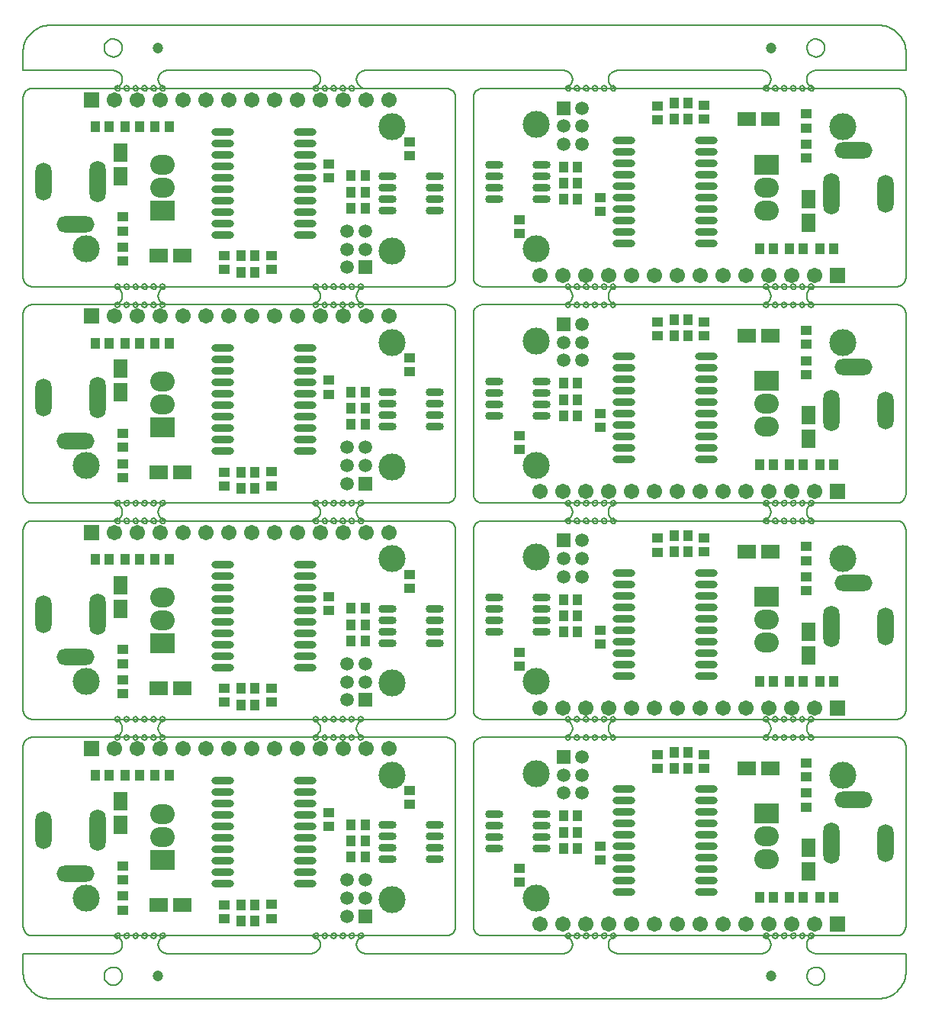
<source format=gts>
G04*
G04 #@! TF.GenerationSoftware,Altium Limited,Altium Designer,18.0.7 (293)*
G04*
G04 Layer_Color=8388736*
%FSLAX25Y25*%
%MOIN*%
G70*
G01*
G75*
%ADD21C,0.00787*%
%ADD36C,0.04737*%
%ADD37O,0.09855X0.03162*%
%ADD38R,0.04461X0.04658*%
%ADD39R,0.07887X0.06115*%
%ADD40R,0.06115X0.07887*%
%ADD41R,0.04658X0.04461*%
%ADD42O,0.07887X0.03556*%
%ADD43C,0.11811*%
%ADD44O,0.07099X0.16548*%
%ADD45O,0.16548X0.07099*%
%ADD46O,0.07099X0.18123*%
%ADD47O,0.10642X0.08674*%
%ADD48R,0.10642X0.08674*%
%ADD49C,0.05918*%
%ADD50R,0.05918X0.05918*%
%ADD51C,0.06706*%
%ADD52R,0.06706X0.06706*%
G54D21*
X264020Y554453D02*
X263575Y555376D01*
X262576Y555604D01*
X261774Y554965D01*
Y553940D01*
X262576Y553301D01*
X263575Y553529D01*
X264020Y554453D01*
X283705D02*
X283260Y555376D01*
X282261Y555604D01*
X281459Y554965D01*
Y553940D01*
X282261Y553301D01*
X283260Y553529D01*
X283705Y554453D01*
X567169D02*
X566725Y555376D01*
X565725Y555604D01*
X564924Y554965D01*
Y553940D01*
X565725Y553301D01*
X566725Y553529D01*
X567169Y554453D01*
X480555D02*
X480110Y555376D01*
X479111Y555604D01*
X478310Y554965D01*
Y553940D01*
X479111Y553301D01*
X480110Y553529D01*
X480555Y554453D01*
X283705Y459965D02*
X283260Y460888D01*
X282261Y461116D01*
X281459Y460477D01*
Y459452D01*
X282261Y458813D01*
X283260Y459041D01*
X283705Y459965D01*
Y467839D02*
X283260Y468762D01*
X282261Y468990D01*
X281459Y468351D01*
Y467326D01*
X282261Y466687D01*
X283260Y466915D01*
X283705Y467839D01*
X370319Y459965D02*
X369874Y460888D01*
X368875Y461116D01*
X368074Y460477D01*
Y459452D01*
X368875Y458813D01*
X369874Y459041D01*
X370319Y459965D01*
Y467839D02*
X369874Y468762D01*
X368875Y468990D01*
X368074Y468351D01*
Y467326D01*
X368875Y466687D01*
X369874Y466915D01*
X370319Y467839D01*
X480555Y459965D02*
X480110Y460888D01*
X479111Y461116D01*
X478310Y460477D01*
Y459452D01*
X479111Y458813D01*
X480110Y459041D01*
X480555Y459965D01*
Y467839D02*
X480110Y468762D01*
X479111Y468990D01*
X478310Y468351D01*
Y467326D01*
X479111Y466687D01*
X480110Y466915D01*
X480555Y467839D01*
X567169Y459965D02*
X566725Y460888D01*
X565725Y461116D01*
X564924Y460477D01*
Y459452D01*
X565725Y458813D01*
X566725Y459041D01*
X567169Y459965D01*
Y467839D02*
X566725Y468762D01*
X565725Y468990D01*
X564924Y468351D01*
Y467326D01*
X565725Y466687D01*
X566725Y466915D01*
X567169Y467839D01*
Y365476D02*
X566725Y366400D01*
X565725Y366628D01*
X564924Y365989D01*
Y364964D01*
X565725Y364325D01*
X566725Y364553D01*
X567169Y365476D01*
Y373350D02*
X566725Y374274D01*
X565725Y374502D01*
X564924Y373863D01*
Y372838D01*
X565725Y372199D01*
X566725Y372427D01*
X567169Y373350D01*
X480555Y365476D02*
X480110Y366400D01*
X479111Y366628D01*
X478310Y365989D01*
Y364964D01*
X479111Y364325D01*
X480110Y364553D01*
X480555Y365476D01*
Y373350D02*
X480110Y374274D01*
X479111Y374502D01*
X478310Y373863D01*
Y372838D01*
X479111Y372199D01*
X480110Y372427D01*
X480555Y373350D01*
X370319Y365476D02*
X369874Y366400D01*
X368875Y366628D01*
X368074Y365989D01*
Y364964D01*
X368875Y364325D01*
X369874Y364553D01*
X370319Y365476D01*
Y373350D02*
X369874Y374274D01*
X368875Y374502D01*
X368074Y373863D01*
Y372838D01*
X368875Y372199D01*
X369874Y372427D01*
X370319Y373350D01*
X283705Y365476D02*
X283260Y366400D01*
X282261Y366628D01*
X281459Y365989D01*
Y364964D01*
X282261Y364325D01*
X283260Y364553D01*
X283705Y365476D01*
Y373350D02*
X283260Y374274D01*
X282261Y374502D01*
X281459Y373863D01*
Y372838D01*
X282261Y372199D01*
X283260Y372427D01*
X283705Y373350D01*
X370319Y270988D02*
X369874Y271912D01*
X368875Y272140D01*
X368074Y271501D01*
Y270476D01*
X368875Y269837D01*
X369874Y270065D01*
X370319Y270988D01*
Y278862D02*
X369874Y279786D01*
X368875Y280014D01*
X368074Y279375D01*
Y278350D01*
X368875Y277711D01*
X369874Y277939D01*
X370319Y278862D01*
X283705Y270988D02*
X283260Y271912D01*
X282261Y272140D01*
X281459Y271501D01*
Y270476D01*
X282261Y269837D01*
X283260Y270065D01*
X283705Y270988D01*
Y278862D02*
X283260Y279786D01*
X282261Y280014D01*
X281459Y279375D01*
Y278350D01*
X282261Y277711D01*
X283260Y277939D01*
X283705Y278862D01*
X480555Y270988D02*
X480110Y271912D01*
X479111Y272140D01*
X478310Y271501D01*
Y270476D01*
X479111Y269837D01*
X480110Y270065D01*
X480555Y270988D01*
Y278862D02*
X480110Y279786D01*
X479111Y280014D01*
X478310Y279375D01*
Y278350D01*
X479111Y277711D01*
X480110Y277939D01*
X480555Y278862D01*
X567169Y270988D02*
X566725Y271912D01*
X565725Y272140D01*
X564924Y271501D01*
Y270476D01*
X565725Y269837D01*
X566725Y270065D01*
X567169Y270988D01*
Y278862D02*
X566725Y279786D01*
X565725Y280014D01*
X564924Y279375D01*
Y278350D01*
X565725Y277711D01*
X566725Y277939D01*
X567169Y278862D01*
Y184374D02*
X566725Y185297D01*
X565725Y185526D01*
X564924Y184887D01*
Y183862D01*
X565725Y183222D01*
X566725Y183451D01*
X567169Y184374D01*
X480555D02*
X480110Y185297D01*
X479111Y185526D01*
X478310Y184887D01*
Y183862D01*
X479111Y183222D01*
X480110Y183451D01*
X480555Y184374D01*
X370319D02*
X369874Y185297D01*
X368875Y185526D01*
X368074Y184887D01*
Y183862D01*
X368875Y183222D01*
X369874Y183451D01*
X370319Y184374D01*
X283705D02*
X283260Y185297D01*
X282261Y185526D01*
X281459Y184887D01*
Y183862D01*
X282261Y183222D01*
X283260Y183451D01*
X283705Y184374D01*
X547484D02*
X547040Y185297D01*
X546040Y185526D01*
X545239Y184887D01*
Y183862D01*
X546040Y183222D01*
X547040Y183451D01*
X547484Y184374D01*
X476618D02*
X476173Y185297D01*
X475174Y185526D01*
X474373Y184887D01*
Y183862D01*
X475174Y183222D01*
X476173Y183451D01*
X476618Y184374D01*
X547484Y270988D02*
X547040Y271912D01*
X546040Y272140D01*
X545239Y271501D01*
Y270476D01*
X546040Y269837D01*
X547040Y270065D01*
X547484Y270988D01*
Y278862D02*
X547040Y279786D01*
X546040Y280014D01*
X545239Y279375D01*
Y278350D01*
X546040Y277711D01*
X547040Y277939D01*
X547484Y278862D01*
X476618Y270988D02*
X476173Y271912D01*
X475174Y272140D01*
X474373Y271501D01*
Y270476D01*
X475174Y269837D01*
X476173Y270065D01*
X476618Y270988D01*
Y278862D02*
X476173Y279786D01*
X475174Y280014D01*
X474373Y279375D01*
Y278350D01*
X475174Y277711D01*
X476173Y277939D01*
X476618Y278862D01*
X547484Y365476D02*
X547040Y366400D01*
X546040Y366628D01*
X545239Y365989D01*
Y364964D01*
X546040Y364325D01*
X547040Y364553D01*
X547484Y365476D01*
Y373350D02*
X547040Y374274D01*
X546040Y374502D01*
X545239Y373863D01*
Y372838D01*
X546040Y372199D01*
X547040Y372427D01*
X547484Y373350D01*
X476618Y365476D02*
X476173Y366400D01*
X475174Y366628D01*
X474373Y365989D01*
Y364964D01*
X475174Y364325D01*
X476173Y364553D01*
X476618Y365476D01*
Y373350D02*
X476173Y374274D01*
X475174Y374502D01*
X474373Y373863D01*
Y372838D01*
X475174Y372199D01*
X476173Y372427D01*
X476618Y373350D01*
X547484Y467839D02*
X547040Y468762D01*
X546040Y468990D01*
X545239Y468351D01*
Y467326D01*
X546040Y466687D01*
X547040Y466915D01*
X547484Y467839D01*
Y459965D02*
X547040Y460888D01*
X546040Y461116D01*
X545239Y460477D01*
Y459452D01*
X546040Y458813D01*
X547040Y459041D01*
X547484Y459965D01*
X476618D02*
X476173Y460888D01*
X475174Y461116D01*
X474373Y460477D01*
Y459452D01*
X475174Y458813D01*
X476173Y459041D01*
X476618Y459965D01*
Y467839D02*
X476173Y468762D01*
X475174Y468990D01*
X474373Y468351D01*
Y467326D01*
X475174Y466687D01*
X476173Y466915D01*
X476618Y467839D01*
X547484Y554453D02*
X547040Y555376D01*
X546040Y555604D01*
X545239Y554965D01*
Y553940D01*
X546040Y553301D01*
X547040Y553529D01*
X547484Y554453D01*
X476618D02*
X476173Y555376D01*
X475174Y555604D01*
X474373Y554965D01*
Y553940D01*
X475174Y553301D01*
X476173Y553529D01*
X476618Y554453D01*
X350634D02*
X350189Y555376D01*
X349190Y555604D01*
X348389Y554965D01*
Y553940D01*
X349190Y553301D01*
X350189Y553529D01*
X350634Y554453D01*
X279768D02*
X279323Y555376D01*
X278324Y555604D01*
X277522Y554965D01*
Y553940D01*
X278324Y553301D01*
X279323Y553529D01*
X279768Y554453D01*
X350634Y459965D02*
X350189Y460888D01*
X349190Y461116D01*
X348389Y460477D01*
Y459452D01*
X349190Y458813D01*
X350189Y459041D01*
X350634Y459965D01*
Y467839D02*
X350189Y468762D01*
X349190Y468990D01*
X348389Y468351D01*
Y467326D01*
X349190Y466687D01*
X350189Y466915D01*
X350634Y467839D01*
X279768Y459965D02*
X279323Y460888D01*
X278324Y461116D01*
X277522Y460477D01*
Y459452D01*
X278324Y458813D01*
X279323Y459041D01*
X279768Y459965D01*
Y467839D02*
X279323Y468762D01*
X278324Y468990D01*
X277522Y468351D01*
Y467326D01*
X278324Y466687D01*
X279323Y466915D01*
X279768Y467839D01*
X350634Y365476D02*
X350189Y366400D01*
X349190Y366628D01*
X348389Y365989D01*
Y364964D01*
X349190Y364325D01*
X350189Y364553D01*
X350634Y365476D01*
Y373350D02*
X350189Y374274D01*
X349190Y374502D01*
X348389Y373863D01*
Y372838D01*
X349190Y372199D01*
X350189Y372427D01*
X350634Y373350D01*
X279768Y365476D02*
X279323Y366400D01*
X278324Y366628D01*
X277522Y365989D01*
Y364964D01*
X278324Y364325D01*
X279323Y364553D01*
X279768Y365476D01*
Y373350D02*
X279323Y374274D01*
X278324Y374502D01*
X277522Y373863D01*
Y372838D01*
X278324Y372199D01*
X279323Y372427D01*
X279768Y373350D01*
X350634Y270988D02*
X350189Y271912D01*
X349190Y272140D01*
X348389Y271501D01*
Y270476D01*
X349190Y269837D01*
X350189Y270065D01*
X350634Y270988D01*
Y278862D02*
X350189Y279786D01*
X349190Y280014D01*
X348389Y279375D01*
Y278350D01*
X349190Y277711D01*
X350189Y277939D01*
X350634Y278862D01*
X279768Y270988D02*
X279323Y271912D01*
X278324Y272140D01*
X277522Y271501D01*
Y270476D01*
X278324Y269837D01*
X279323Y270065D01*
X279768Y270988D01*
Y278862D02*
X279323Y279786D01*
X278324Y280014D01*
X277522Y279375D01*
Y278350D01*
X278324Y277711D01*
X279323Y277939D01*
X279768Y278862D01*
X350634Y184374D02*
X350189Y185297D01*
X349190Y185526D01*
X348389Y184887D01*
Y183862D01*
X349190Y183222D01*
X350189Y183451D01*
X350634Y184374D01*
X279768D02*
X279323Y185297D01*
X278324Y185526D01*
X277522Y184887D01*
Y183862D01*
X278324Y183222D01*
X279323Y183451D01*
X279768Y184374D01*
X551421Y270988D02*
X550977Y271912D01*
X549977Y272140D01*
X549176Y271501D01*
Y270476D01*
X549977Y269837D01*
X550977Y270065D01*
X551421Y270988D01*
X555358D02*
X554914Y271912D01*
X553914Y272140D01*
X553113Y271501D01*
Y270476D01*
X553914Y269837D01*
X554914Y270065D01*
X555358Y270988D01*
X559295D02*
X558851Y271912D01*
X557851Y272140D01*
X557050Y271501D01*
Y270476D01*
X557851Y269837D01*
X558851Y270065D01*
X559295Y270988D01*
X563232D02*
X562788Y271912D01*
X561788Y272140D01*
X560987Y271501D01*
Y270476D01*
X561788Y269837D01*
X562788Y270065D01*
X563232Y270988D01*
X551421Y278862D02*
X550977Y279786D01*
X549977Y280014D01*
X549176Y279375D01*
Y278350D01*
X549977Y277711D01*
X550977Y277939D01*
X551421Y278862D01*
X555358D02*
X554914Y279786D01*
X553914Y280014D01*
X553113Y279375D01*
Y278350D01*
X553914Y277711D01*
X554914Y277939D01*
X555358Y278862D01*
X559295D02*
X558851Y279786D01*
X557851Y280014D01*
X557050Y279375D01*
Y278350D01*
X557851Y277711D01*
X558851Y277939D01*
X559295Y278862D01*
X563232D02*
X562788Y279786D01*
X561788Y280014D01*
X560987Y279375D01*
Y278350D01*
X561788Y277711D01*
X562788Y277939D01*
X563232Y278862D01*
X460870Y270988D02*
X460425Y271912D01*
X459426Y272140D01*
X458625Y271501D01*
Y270476D01*
X459426Y269837D01*
X460425Y270065D01*
X460870Y270988D01*
X464807D02*
X464362Y271912D01*
X463363Y272140D01*
X462562Y271501D01*
Y270476D01*
X463363Y269837D01*
X464362Y270065D01*
X464807Y270988D01*
X468744D02*
X468299Y271912D01*
X467300Y272140D01*
X466499Y271501D01*
Y270476D01*
X467300Y269837D01*
X468299Y270065D01*
X468744Y270988D01*
X472681D02*
X472236Y271912D01*
X471237Y272140D01*
X470436Y271501D01*
Y270476D01*
X471237Y269837D01*
X472236Y270065D01*
X472681Y270988D01*
X460870Y278862D02*
X460425Y279786D01*
X459426Y280014D01*
X458625Y279375D01*
Y278350D01*
X459426Y277711D01*
X460425Y277939D01*
X460870Y278862D01*
X464807D02*
X464362Y279786D01*
X463363Y280014D01*
X462562Y279375D01*
Y278350D01*
X463363Y277711D01*
X464362Y277939D01*
X464807Y278862D01*
X468744D02*
X468299Y279786D01*
X467300Y280014D01*
X466499Y279375D01*
Y278350D01*
X467300Y277711D01*
X468299Y277939D01*
X468744Y278862D01*
X472681D02*
X472236Y279786D01*
X471237Y280014D01*
X470436Y279375D01*
Y278350D01*
X471237Y277711D01*
X472236Y277939D01*
X472681Y278862D01*
X551421Y365476D02*
X550977Y366400D01*
X549977Y366628D01*
X549176Y365989D01*
Y364964D01*
X549977Y364325D01*
X550977Y364553D01*
X551421Y365476D01*
X555358D02*
X554914Y366400D01*
X553914Y366628D01*
X553113Y365989D01*
Y364964D01*
X553914Y364325D01*
X554914Y364553D01*
X555358Y365476D01*
X559295D02*
X558851Y366400D01*
X557851Y366628D01*
X557050Y365989D01*
Y364964D01*
X557851Y364325D01*
X558851Y364553D01*
X559295Y365476D01*
X563232D02*
X562788Y366400D01*
X561788Y366628D01*
X560987Y365989D01*
Y364964D01*
X561788Y364325D01*
X562788Y364553D01*
X563232Y365476D01*
X551421Y373350D02*
X550977Y374274D01*
X549977Y374502D01*
X549176Y373863D01*
Y372838D01*
X549977Y372199D01*
X550977Y372427D01*
X551421Y373350D01*
X555358D02*
X554914Y374274D01*
X553914Y374502D01*
X553113Y373863D01*
Y372838D01*
X553914Y372199D01*
X554914Y372427D01*
X555358Y373350D01*
X559295D02*
X558851Y374274D01*
X557851Y374502D01*
X557050Y373863D01*
Y372838D01*
X557851Y372199D01*
X558851Y372427D01*
X559295Y373350D01*
X563232D02*
X562788Y374274D01*
X561788Y374502D01*
X560987Y373863D01*
Y372838D01*
X561788Y372199D01*
X562788Y372427D01*
X563232Y373350D01*
X460870Y365476D02*
X460425Y366400D01*
X459426Y366628D01*
X458625Y365989D01*
Y364964D01*
X459426Y364325D01*
X460425Y364553D01*
X460870Y365476D01*
X464807D02*
X464362Y366400D01*
X463363Y366628D01*
X462562Y365989D01*
Y364964D01*
X463363Y364325D01*
X464362Y364553D01*
X464807Y365476D01*
X468744D02*
X468299Y366400D01*
X467300Y366628D01*
X466499Y365989D01*
Y364964D01*
X467300Y364325D01*
X468299Y364553D01*
X468744Y365476D01*
X472681D02*
X472236Y366400D01*
X471237Y366628D01*
X470436Y365989D01*
Y364964D01*
X471237Y364325D01*
X472236Y364553D01*
X472681Y365476D01*
X460870Y373350D02*
X460425Y374274D01*
X459426Y374502D01*
X458625Y373863D01*
Y372838D01*
X459426Y372199D01*
X460425Y372427D01*
X460870Y373350D01*
X464807D02*
X464362Y374274D01*
X463363Y374502D01*
X462562Y373863D01*
Y372838D01*
X463363Y372199D01*
X464362Y372427D01*
X464807Y373350D01*
X468744D02*
X468299Y374274D01*
X467300Y374502D01*
X466499Y373863D01*
Y372838D01*
X467300Y372199D01*
X468299Y372427D01*
X468744Y373350D01*
X472681D02*
X472236Y374274D01*
X471237Y374502D01*
X470436Y373863D01*
Y372838D01*
X471237Y372199D01*
X472236Y372427D01*
X472681Y373350D01*
X551421Y459965D02*
X550977Y460888D01*
X549977Y461116D01*
X549176Y460477D01*
Y459452D01*
X549977Y458813D01*
X550977Y459041D01*
X551421Y459965D01*
X555358D02*
X554914Y460888D01*
X553914Y461116D01*
X553113Y460477D01*
Y459452D01*
X553914Y458813D01*
X554914Y459041D01*
X555358Y459965D01*
X559295D02*
X558851Y460888D01*
X557851Y461116D01*
X557050Y460477D01*
Y459452D01*
X557851Y458813D01*
X558851Y459041D01*
X559295Y459965D01*
X563232D02*
X562788Y460888D01*
X561788Y461116D01*
X560987Y460477D01*
Y459452D01*
X561788Y458813D01*
X562788Y459041D01*
X563232Y459965D01*
X551421Y467839D02*
X550977Y468762D01*
X549977Y468990D01*
X549176Y468351D01*
Y467326D01*
X549977Y466687D01*
X550977Y466915D01*
X551421Y467839D01*
X555358D02*
X554914Y468762D01*
X553914Y468990D01*
X553113Y468351D01*
Y467326D01*
X553914Y466687D01*
X554914Y466915D01*
X555358Y467839D01*
X559295D02*
X558851Y468762D01*
X557851Y468990D01*
X557050Y468351D01*
Y467326D01*
X557851Y466687D01*
X558851Y466915D01*
X559295Y467839D01*
X563232D02*
X562788Y468762D01*
X561788Y468990D01*
X560987Y468351D01*
Y467326D01*
X561788Y466687D01*
X562788Y466915D01*
X563232Y467839D01*
X460870Y459965D02*
X460425Y460888D01*
X459426Y461116D01*
X458625Y460477D01*
Y459452D01*
X459426Y458813D01*
X460425Y459041D01*
X460870Y459965D01*
X464807D02*
X464362Y460888D01*
X463363Y461116D01*
X462562Y460477D01*
Y459452D01*
X463363Y458813D01*
X464362Y459041D01*
X464807Y459965D01*
X468744D02*
X468299Y460888D01*
X467300Y461116D01*
X466499Y460477D01*
Y459452D01*
X467300Y458813D01*
X468299Y459041D01*
X468744Y459965D01*
X472681D02*
X472236Y460888D01*
X471237Y461116D01*
X470436Y460477D01*
Y459452D01*
X471237Y458813D01*
X472236Y459041D01*
X472681Y459965D01*
X460870Y467839D02*
X460425Y468762D01*
X459426Y468990D01*
X458625Y468351D01*
Y467326D01*
X459426Y466687D01*
X460425Y466915D01*
X460870Y467839D01*
X464807D02*
X464362Y468762D01*
X463363Y468990D01*
X462562Y468351D01*
Y467326D01*
X463363Y466687D01*
X464362Y466915D01*
X464807Y467839D01*
X468744D02*
X468299Y468762D01*
X467300Y468990D01*
X466499Y468351D01*
Y467326D01*
X467300Y466687D01*
X468299Y466915D01*
X468744Y467839D01*
X472681D02*
X472236Y468762D01*
X471237Y468990D01*
X470436Y468351D01*
Y467326D01*
X471237Y466687D01*
X472236Y466915D01*
X472681Y467839D01*
X551421Y554453D02*
X550977Y555376D01*
X549977Y555604D01*
X549176Y554965D01*
Y553940D01*
X549977Y553301D01*
X550977Y553529D01*
X551421Y554453D01*
X555358D02*
X554914Y555376D01*
X553914Y555604D01*
X553113Y554965D01*
Y553940D01*
X553914Y553301D01*
X554914Y553529D01*
X555358Y554453D01*
X559295D02*
X558851Y555376D01*
X557851Y555604D01*
X557050Y554965D01*
Y553940D01*
X557851Y553301D01*
X558851Y553529D01*
X559295Y554453D01*
X563232D02*
X562788Y555376D01*
X561788Y555604D01*
X560987Y554965D01*
Y553940D01*
X561788Y553301D01*
X562788Y553529D01*
X563232Y554453D01*
X460870D02*
X460425Y555376D01*
X459426Y555604D01*
X458625Y554965D01*
Y553940D01*
X459426Y553301D01*
X460425Y553529D01*
X460870Y554453D01*
X464807D02*
X464362Y555376D01*
X463363Y555604D01*
X462562Y554965D01*
Y553940D01*
X463363Y553301D01*
X464362Y553529D01*
X464807Y554453D01*
X468744D02*
X468299Y555376D01*
X467300Y555604D01*
X466499Y554965D01*
Y553940D01*
X467300Y553301D01*
X468299Y553529D01*
X468744Y554453D01*
X472681D02*
X472236Y555376D01*
X471237Y555604D01*
X470436Y554965D01*
Y553940D01*
X471237Y553301D01*
X472236Y553529D01*
X472681Y554453D01*
X354571D02*
X354126Y555376D01*
X353127Y555604D01*
X352326Y554965D01*
Y553940D01*
X353127Y553301D01*
X354126Y553529D01*
X354571Y554453D01*
X358508D02*
X358063Y555376D01*
X357064Y555604D01*
X356263Y554965D01*
Y553940D01*
X357064Y553301D01*
X358063Y553529D01*
X358508Y554453D01*
X362445D02*
X362000Y555376D01*
X361001Y555604D01*
X360200Y554965D01*
Y553940D01*
X361001Y553301D01*
X362000Y553529D01*
X362445Y554453D01*
X366382D02*
X365937Y555376D01*
X364938Y555604D01*
X364137Y554965D01*
Y553940D01*
X364938Y553301D01*
X365937Y553529D01*
X366382Y554453D01*
X267957D02*
X267512Y555376D01*
X266513Y555604D01*
X265711Y554965D01*
Y553940D01*
X266513Y553301D01*
X267512Y553529D01*
X267957Y554453D01*
X271894D02*
X271449Y555376D01*
X270450Y555604D01*
X269649Y554965D01*
Y553940D01*
X270450Y553301D01*
X271449Y553529D01*
X271894Y554453D01*
X275831D02*
X275386Y555376D01*
X274387Y555604D01*
X273586Y554965D01*
Y553940D01*
X274387Y553301D01*
X275386Y553529D01*
X275831Y554453D01*
X354571Y459965D02*
X354126Y460888D01*
X353127Y461116D01*
X352326Y460477D01*
Y459452D01*
X353127Y458813D01*
X354126Y459041D01*
X354571Y459965D01*
X358508D02*
X358063Y460888D01*
X357064Y461116D01*
X356263Y460477D01*
Y459452D01*
X357064Y458813D01*
X358063Y459041D01*
X358508Y459965D01*
X362445D02*
X362000Y460888D01*
X361001Y461116D01*
X360200Y460477D01*
Y459452D01*
X361001Y458813D01*
X362000Y459041D01*
X362445Y459965D01*
X366382D02*
X365937Y460888D01*
X364938Y461116D01*
X364137Y460477D01*
Y459452D01*
X364938Y458813D01*
X365937Y459041D01*
X366382Y459965D01*
X354571Y467839D02*
X354126Y468762D01*
X353127Y468990D01*
X352326Y468351D01*
Y467326D01*
X353127Y466687D01*
X354126Y466915D01*
X354571Y467839D01*
X358508D02*
X358063Y468762D01*
X357064Y468990D01*
X356263Y468351D01*
Y467326D01*
X357064Y466687D01*
X358063Y466915D01*
X358508Y467839D01*
X362445D02*
X362000Y468762D01*
X361001Y468990D01*
X360200Y468351D01*
Y467326D01*
X361001Y466687D01*
X362000Y466915D01*
X362445Y467839D01*
X366382D02*
X365937Y468762D01*
X364938Y468990D01*
X364137Y468351D01*
Y467326D01*
X364938Y466687D01*
X365937Y466915D01*
X366382Y467839D01*
X264020Y459965D02*
X263575Y460888D01*
X262576Y461116D01*
X261774Y460477D01*
Y459452D01*
X262576Y458813D01*
X263575Y459041D01*
X264020Y459965D01*
X267957D02*
X267512Y460888D01*
X266513Y461116D01*
X265711Y460477D01*
Y459452D01*
X266513Y458813D01*
X267512Y459041D01*
X267957Y459965D01*
X271894D02*
X271449Y460888D01*
X270450Y461116D01*
X269649Y460477D01*
Y459452D01*
X270450Y458813D01*
X271449Y459041D01*
X271894Y459965D01*
X275831D02*
X275386Y460888D01*
X274387Y461116D01*
X273586Y460477D01*
Y459452D01*
X274387Y458813D01*
X275386Y459041D01*
X275831Y459965D01*
X264020Y467839D02*
X263575Y468762D01*
X262576Y468990D01*
X261774Y468351D01*
Y467326D01*
X262576Y466687D01*
X263575Y466915D01*
X264020Y467839D01*
X267957D02*
X267512Y468762D01*
X266513Y468990D01*
X265711Y468351D01*
Y467326D01*
X266513Y466687D01*
X267512Y466915D01*
X267957Y467839D01*
X271894D02*
X271449Y468762D01*
X270450Y468990D01*
X269649Y468351D01*
Y467326D01*
X270450Y466687D01*
X271449Y466915D01*
X271894Y467839D01*
X275831D02*
X275386Y468762D01*
X274387Y468990D01*
X273586Y468351D01*
Y467326D01*
X274387Y466687D01*
X275386Y466915D01*
X275831Y467839D01*
X354571Y365476D02*
X354126Y366400D01*
X353127Y366628D01*
X352326Y365989D01*
Y364964D01*
X353127Y364325D01*
X354126Y364553D01*
X354571Y365476D01*
X358508D02*
X358063Y366400D01*
X357064Y366628D01*
X356263Y365989D01*
Y364964D01*
X357064Y364325D01*
X358063Y364553D01*
X358508Y365476D01*
X362445D02*
X362000Y366400D01*
X361001Y366628D01*
X360200Y365989D01*
Y364964D01*
X361001Y364325D01*
X362000Y364553D01*
X362445Y365476D01*
X366382D02*
X365937Y366400D01*
X364938Y366628D01*
X364137Y365989D01*
Y364964D01*
X364938Y364325D01*
X365937Y364553D01*
X366382Y365476D01*
X354571Y373350D02*
X354126Y374274D01*
X353127Y374502D01*
X352326Y373863D01*
Y372838D01*
X353127Y372199D01*
X354126Y372427D01*
X354571Y373350D01*
X358508D02*
X358063Y374274D01*
X357064Y374502D01*
X356263Y373863D01*
Y372838D01*
X357064Y372199D01*
X358063Y372427D01*
X358508Y373350D01*
X362445D02*
X362000Y374274D01*
X361001Y374502D01*
X360200Y373863D01*
Y372838D01*
X361001Y372199D01*
X362000Y372427D01*
X362445Y373350D01*
X366382D02*
X365937Y374274D01*
X364938Y374502D01*
X364137Y373863D01*
Y372838D01*
X364938Y372199D01*
X365937Y372427D01*
X366382Y373350D01*
X264020Y365476D02*
X263575Y366400D01*
X262576Y366628D01*
X261774Y365989D01*
Y364964D01*
X262576Y364325D01*
X263575Y364553D01*
X264020Y365476D01*
X267957D02*
X267512Y366400D01*
X266513Y366628D01*
X265711Y365989D01*
Y364964D01*
X266513Y364325D01*
X267512Y364553D01*
X267957Y365476D01*
X271894D02*
X271449Y366400D01*
X270450Y366628D01*
X269649Y365989D01*
Y364964D01*
X270450Y364325D01*
X271449Y364553D01*
X271894Y365476D01*
X275831D02*
X275386Y366400D01*
X274387Y366628D01*
X273586Y365989D01*
Y364964D01*
X274387Y364325D01*
X275386Y364553D01*
X275831Y365476D01*
X264020Y373350D02*
X263575Y374274D01*
X262576Y374502D01*
X261774Y373863D01*
Y372838D01*
X262576Y372199D01*
X263575Y372427D01*
X264020Y373350D01*
X267957D02*
X267512Y374274D01*
X266513Y374502D01*
X265711Y373863D01*
Y372838D01*
X266513Y372199D01*
X267512Y372427D01*
X267957Y373350D01*
X271894D02*
X271449Y374274D01*
X270450Y374502D01*
X269649Y373863D01*
Y372838D01*
X270450Y372199D01*
X271449Y372427D01*
X271894Y373350D01*
X275831D02*
X275386Y374274D01*
X274387Y374502D01*
X273586Y373863D01*
Y372838D01*
X274387Y372199D01*
X275386Y372427D01*
X275831Y373350D01*
X354571Y270988D02*
X354126Y271912D01*
X353127Y272140D01*
X352326Y271501D01*
Y270476D01*
X353127Y269837D01*
X354126Y270065D01*
X354571Y270988D01*
X358508D02*
X358063Y271912D01*
X357064Y272140D01*
X356263Y271501D01*
Y270476D01*
X357064Y269837D01*
X358063Y270065D01*
X358508Y270988D01*
X362445D02*
X362000Y271912D01*
X361001Y272140D01*
X360200Y271501D01*
Y270476D01*
X361001Y269837D01*
X362000Y270065D01*
X362445Y270988D01*
X366382D02*
X365937Y271912D01*
X364938Y272140D01*
X364137Y271501D01*
Y270476D01*
X364938Y269837D01*
X365937Y270065D01*
X366382Y270988D01*
X354571Y278862D02*
X354126Y279786D01*
X353127Y280014D01*
X352326Y279375D01*
Y278350D01*
X353127Y277711D01*
X354126Y277939D01*
X354571Y278862D01*
X358508D02*
X358063Y279786D01*
X357064Y280014D01*
X356263Y279375D01*
Y278350D01*
X357064Y277711D01*
X358063Y277939D01*
X358508Y278862D01*
X362445D02*
X362000Y279786D01*
X361001Y280014D01*
X360200Y279375D01*
Y278350D01*
X361001Y277711D01*
X362000Y277939D01*
X362445Y278862D01*
X366382D02*
X365937Y279786D01*
X364938Y280014D01*
X364137Y279375D01*
Y278350D01*
X364938Y277711D01*
X365937Y277939D01*
X366382Y278862D01*
X264020D02*
X263575Y279786D01*
X262576Y280014D01*
X261774Y279375D01*
Y278350D01*
X262576Y277711D01*
X263575Y277939D01*
X264020Y278862D01*
X267957D02*
X267512Y279786D01*
X266513Y280014D01*
X265711Y279375D01*
Y278350D01*
X266513Y277711D01*
X267512Y277939D01*
X267957Y278862D01*
X271894D02*
X271449Y279786D01*
X270450Y280014D01*
X269649Y279375D01*
Y278350D01*
X270450Y277711D01*
X271449Y277939D01*
X271894Y278862D01*
X275831D02*
X275386Y279786D01*
X274387Y280014D01*
X273586Y279375D01*
Y278350D01*
X274387Y277711D01*
X275386Y277939D01*
X275831Y278862D01*
X264020Y270988D02*
X263575Y271912D01*
X262576Y272140D01*
X261774Y271501D01*
Y270476D01*
X262576Y269837D01*
X263575Y270065D01*
X264020Y270988D01*
X267957D02*
X267512Y271912D01*
X266513Y272140D01*
X265711Y271501D01*
Y270476D01*
X266513Y269837D01*
X267512Y270065D01*
X267957Y270988D01*
X271894D02*
X271449Y271912D01*
X270450Y272140D01*
X269649Y271501D01*
Y270476D01*
X270450Y269837D01*
X271449Y270065D01*
X271894Y270988D01*
X275831D02*
X275386Y271912D01*
X274387Y272140D01*
X273586Y271501D01*
Y270476D01*
X274387Y269837D01*
X275386Y270065D01*
X275831Y270988D01*
X551421Y184374D02*
X550977Y185297D01*
X549977Y185526D01*
X549176Y184887D01*
Y183862D01*
X549977Y183222D01*
X550977Y183451D01*
X551421Y184374D01*
X555358D02*
X554914Y185297D01*
X553914Y185526D01*
X553113Y184887D01*
Y183862D01*
X553914Y183222D01*
X554914Y183451D01*
X555358Y184374D01*
X559295D02*
X558851Y185297D01*
X557851Y185526D01*
X557050Y184887D01*
Y183862D01*
X557851Y183222D01*
X558851Y183451D01*
X559295Y184374D01*
X563232D02*
X562788Y185297D01*
X561788Y185526D01*
X560987Y184887D01*
Y183862D01*
X561788Y183222D01*
X562788Y183451D01*
X563232Y184374D01*
X460870D02*
X460425Y185297D01*
X459426Y185526D01*
X458625Y184887D01*
Y183862D01*
X459426Y183222D01*
X460425Y183451D01*
X460870Y184374D01*
X464807D02*
X464362Y185297D01*
X463363Y185526D01*
X462562Y184887D01*
Y183862D01*
X463363Y183222D01*
X464362Y183451D01*
X464807Y184374D01*
X468744D02*
X468299Y185297D01*
X467300Y185526D01*
X466499Y184887D01*
Y183862D01*
X467300Y183222D01*
X468299Y183451D01*
X468744Y184374D01*
X472681D02*
X472236Y185297D01*
X471237Y185526D01*
X470436Y184887D01*
Y183862D01*
X471237Y183222D01*
X472236Y183451D01*
X472681Y184374D01*
X366382D02*
X365937Y185297D01*
X364938Y185526D01*
X364137Y184887D01*
Y183862D01*
X364938Y183222D01*
X365937Y183451D01*
X366382Y184374D01*
X362445D02*
X362000Y185297D01*
X361001Y185526D01*
X360200Y184887D01*
Y183862D01*
X361001Y183222D01*
X362000Y183451D01*
X362445Y184374D01*
X358508D02*
X358063Y185297D01*
X357064Y185526D01*
X356263Y184887D01*
Y183862D01*
X357064Y183222D01*
X358063Y183451D01*
X358508Y184374D01*
X354571D02*
X354126Y185297D01*
X353127Y185526D01*
X352326Y184887D01*
Y183862D01*
X353127Y183222D01*
X354126Y183451D01*
X354571Y184374D01*
X275831D02*
X275386Y185297D01*
X274387Y185526D01*
X273586Y184887D01*
Y183862D01*
X274387Y183222D01*
X275386Y183451D01*
X275831Y184374D01*
X271894D02*
X271449Y185297D01*
X270450Y185526D01*
X269649Y184887D01*
Y183862D01*
X270450Y183222D01*
X271449Y183451D01*
X271894Y184374D01*
X267957D02*
X267512Y185297D01*
X266513Y185526D01*
X265711Y184887D01*
Y183862D01*
X266513Y183222D01*
X267512Y183451D01*
X267957Y184374D01*
X264020D02*
X263575Y185297D01*
X262576Y185526D01*
X261774Y184887D01*
Y183862D01*
X262576Y183222D01*
X263575Y183451D01*
X264020Y184374D01*
X418350Y188311D02*
X418484Y187292D01*
X418878Y186343D01*
X419503Y185527D01*
X420319Y184901D01*
X421268Y184508D01*
X422287Y184374D01*
X406539D02*
X407558Y184508D01*
X408508Y184901D01*
X409323Y185527D01*
X409949Y186343D01*
X410342Y187292D01*
X410476Y188311D01*
X603390Y184374D02*
X604409Y184508D01*
X605358Y184901D01*
X606174Y185527D01*
X606799Y186343D01*
X607193Y187292D01*
X607327Y188311D01*
X603390Y278862D02*
X604409Y278996D01*
X605358Y279390D01*
X606174Y280015D01*
X606799Y280831D01*
X607193Y281780D01*
X607327Y282799D01*
X607327Y267051D02*
X607193Y268070D01*
X606799Y269020D01*
X606174Y269835D01*
X605358Y270461D01*
X604409Y270854D01*
X603390Y270988D01*
Y373350D02*
X604409Y373484D01*
X605358Y373878D01*
X606174Y374503D01*
X606799Y375319D01*
X607193Y376268D01*
X607327Y377287D01*
X607327Y361539D02*
X607193Y362558D01*
X606799Y363508D01*
X606174Y364323D01*
X605358Y364949D01*
X604409Y365342D01*
X603390Y365476D01*
Y467839D02*
X604409Y467973D01*
X605358Y468366D01*
X606174Y468992D01*
X606799Y469807D01*
X607193Y470757D01*
X607327Y471776D01*
X607327Y456028D02*
X607193Y457047D01*
X606799Y457996D01*
X606174Y458811D01*
X605358Y459437D01*
X604409Y459830D01*
X603390Y459965D01*
X607327Y550516D02*
X607193Y551535D01*
X606799Y552484D01*
X606174Y553300D01*
X605358Y553925D01*
X604409Y554319D01*
X603390Y554453D01*
X225437D02*
X224418Y554319D01*
X223468Y553925D01*
X222653Y553300D01*
X222027Y552484D01*
X221634Y551535D01*
X221500Y550516D01*
Y282799D02*
X221634Y281780D01*
X222027Y280831D01*
X222653Y280015D01*
X223468Y279390D01*
X224418Y278996D01*
X225437Y278862D01*
Y270988D02*
X224418Y270854D01*
X223468Y270461D01*
X222653Y269835D01*
X222027Y269020D01*
X221634Y268070D01*
X221500Y267051D01*
Y377287D02*
X221634Y376268D01*
X222027Y375319D01*
X222653Y374503D01*
X223468Y373878D01*
X224418Y373484D01*
X225437Y373350D01*
Y365476D02*
X224418Y365342D01*
X223468Y364949D01*
X222653Y364323D01*
X222027Y363508D01*
X221634Y362558D01*
X221500Y361539D01*
Y471776D02*
X221634Y470757D01*
X222027Y469807D01*
X222653Y468992D01*
X223468Y468366D01*
X224418Y467973D01*
X225437Y467839D01*
Y459965D02*
X224418Y459830D01*
X223468Y459437D01*
X222653Y458811D01*
X222027Y457996D01*
X221634Y457047D01*
X221500Y456028D01*
X410476Y550516D02*
X410342Y551535D01*
X409949Y552484D01*
X409323Y553300D01*
X408508Y553925D01*
X407558Y554319D01*
X406539Y554453D01*
X422287D02*
X421268Y554319D01*
X420319Y553925D01*
X419503Y553300D01*
X418878Y552484D01*
X418484Y551535D01*
X418350Y550516D01*
X406539Y467839D02*
X407558Y467973D01*
X408508Y468366D01*
X409323Y468992D01*
X409949Y469807D01*
X410342Y470757D01*
X410476Y471776D01*
X418350D02*
X418484Y470757D01*
X418878Y469807D01*
X419503Y468992D01*
X420319Y468366D01*
X421268Y467973D01*
X422287Y467839D01*
X410476Y456028D02*
X410342Y457047D01*
X409949Y457996D01*
X409323Y458811D01*
X408508Y459437D01*
X407558Y459830D01*
X406539Y459965D01*
X422287D02*
X421268Y459830D01*
X420319Y459437D01*
X419503Y458811D01*
X418878Y457996D01*
X418484Y457047D01*
X418350Y456028D01*
X406539Y373350D02*
X407558Y373484D01*
X408508Y373878D01*
X409323Y374503D01*
X409949Y375319D01*
X410342Y376268D01*
X410476Y377287D01*
X418350D02*
X418484Y376268D01*
X418878Y375319D01*
X419503Y374503D01*
X420319Y373878D01*
X421268Y373484D01*
X422287Y373350D01*
X410476Y361539D02*
X410342Y362558D01*
X409949Y363508D01*
X409323Y364323D01*
X408508Y364949D01*
X407558Y365342D01*
X406539Y365476D01*
X422287D02*
X421268Y365342D01*
X420319Y364949D01*
X419503Y364323D01*
X418878Y363508D01*
X418484Y362558D01*
X418350Y361539D01*
X422287Y270988D02*
X421268Y270854D01*
X420319Y270461D01*
X419503Y269835D01*
X418878Y269020D01*
X418484Y268070D01*
X418350Y267051D01*
X410476D02*
X410342Y268070D01*
X409949Y269020D01*
X409323Y269835D01*
X408508Y270461D01*
X407558Y270854D01*
X406539Y270988D01*
X418350Y282799D02*
X418484Y281780D01*
X418878Y280831D01*
X419503Y280015D01*
X420319Y279390D01*
X421268Y278996D01*
X422287Y278862D01*
X406539D02*
X407558Y278996D01*
X408508Y279390D01*
X409323Y280015D01*
X409949Y280831D01*
X410342Y281780D01*
X410476Y282799D01*
X457721Y270988D02*
X458739Y271122D01*
X459689Y271516D01*
X460504Y272141D01*
X461130Y272957D01*
X461523Y273906D01*
X461657Y274925D01*
X461523Y275944D01*
X461130Y276894D01*
X460504Y277709D01*
X459689Y278335D01*
X458739Y278728D01*
X457721Y278862D01*
X481343D02*
X480324Y278728D01*
X479374Y278335D01*
X478559Y277709D01*
X477933Y276894D01*
X477540Y275944D01*
X477406Y274925D01*
X477540Y273906D01*
X477933Y272957D01*
X478559Y272141D01*
X479374Y271516D01*
X480324Y271122D01*
X481343Y270988D01*
X544335D02*
X545354Y271122D01*
X546303Y271516D01*
X547119Y272141D01*
X547744Y272957D01*
X548138Y273906D01*
X548272Y274925D01*
X548138Y275944D01*
X547744Y276894D01*
X547119Y277709D01*
X546303Y278335D01*
X545354Y278728D01*
X544335Y278862D01*
X567957D02*
X566938Y278728D01*
X565988Y278335D01*
X565173Y277709D01*
X564547Y276894D01*
X564154Y275944D01*
X564020Y274925D01*
X564154Y273906D01*
X564547Y272957D01*
X565173Y272141D01*
X565988Y271516D01*
X566938Y271122D01*
X567957Y270988D01*
X457721Y365476D02*
X458739Y365611D01*
X459689Y366004D01*
X460504Y366630D01*
X461130Y367445D01*
X461523Y368394D01*
X461657Y369413D01*
X461523Y370432D01*
X461130Y371382D01*
X460504Y372197D01*
X459689Y372823D01*
X458739Y373216D01*
X457721Y373350D01*
X481343D02*
X480324Y373216D01*
X479374Y372823D01*
X478559Y372197D01*
X477933Y371382D01*
X477540Y370432D01*
X477406Y369413D01*
X477540Y368394D01*
X477933Y367445D01*
X478559Y366630D01*
X479374Y366004D01*
X480324Y365611D01*
X481343Y365476D01*
X544335D02*
X545354Y365611D01*
X546303Y366004D01*
X547119Y366630D01*
X547744Y367445D01*
X548138Y368394D01*
X548272Y369413D01*
X548138Y370432D01*
X547744Y371382D01*
X547119Y372197D01*
X546303Y372823D01*
X545354Y373216D01*
X544335Y373350D01*
X567957D02*
X566938Y373216D01*
X565988Y372823D01*
X565173Y372197D01*
X564547Y371382D01*
X564154Y370432D01*
X564020Y369413D01*
X564154Y368394D01*
X564547Y367445D01*
X565173Y366630D01*
X565988Y366004D01*
X566938Y365611D01*
X567957Y365476D01*
X457721Y459965D02*
X458739Y460099D01*
X459689Y460492D01*
X460504Y461118D01*
X461130Y461933D01*
X461523Y462883D01*
X461657Y463902D01*
X461523Y464921D01*
X461130Y465870D01*
X460504Y466685D01*
X459689Y467311D01*
X458739Y467704D01*
X457721Y467839D01*
X481343D02*
X480324Y467704D01*
X479374Y467311D01*
X478559Y466685D01*
X477933Y465870D01*
X477540Y464921D01*
X477406Y463902D01*
X477540Y462883D01*
X477933Y461933D01*
X478559Y461118D01*
X479374Y460492D01*
X480324Y460099D01*
X481343Y459965D01*
X544335D02*
X545354Y460099D01*
X546303Y460492D01*
X547119Y461118D01*
X547744Y461933D01*
X548138Y462883D01*
X548272Y463902D01*
X548138Y464921D01*
X547744Y465870D01*
X547119Y466685D01*
X546303Y467311D01*
X545354Y467704D01*
X544335Y467839D01*
X567957D02*
X566938Y467704D01*
X565988Y467311D01*
X565173Y466685D01*
X564547Y465870D01*
X564154Y464921D01*
X564020Y463902D01*
X564154Y462883D01*
X564547Y461933D01*
X565173Y461118D01*
X565988Y460492D01*
X566938Y460099D01*
X567957Y459965D01*
X457721Y554453D02*
X458739Y554587D01*
X459689Y554980D01*
X460504Y555606D01*
X461130Y556421D01*
X461523Y557371D01*
X461657Y558390D01*
X461523Y559409D01*
X461130Y560358D01*
X460504Y561174D01*
X459689Y561799D01*
X458739Y562193D01*
X457721Y562327D01*
X481343D02*
X480324Y562193D01*
X479374Y561799D01*
X478559Y561174D01*
X477933Y560358D01*
X477540Y559409D01*
X477406Y558390D01*
X477540Y557371D01*
X477933Y556421D01*
X478559Y555606D01*
X479374Y554980D01*
X480324Y554587D01*
X481343Y554453D01*
X544335D02*
X545354Y554587D01*
X546303Y554980D01*
X547119Y555606D01*
X547744Y556421D01*
X548138Y557371D01*
X548272Y558390D01*
X548138Y559409D01*
X547744Y560358D01*
X547119Y561174D01*
X546303Y561799D01*
X545354Y562193D01*
X544335Y562327D01*
X567957D02*
X566938Y562193D01*
X565988Y561799D01*
X565173Y561174D01*
X564547Y560358D01*
X564154Y559409D01*
X564020Y558390D01*
X564154Y557371D01*
X564547Y556421D01*
X565173Y555606D01*
X565988Y554980D01*
X566938Y554587D01*
X567957Y554453D01*
X260870D02*
X261889Y554587D01*
X262839Y554980D01*
X263654Y555606D01*
X264280Y556421D01*
X264673Y557371D01*
X264807Y558390D01*
X264673Y559409D01*
X264280Y560358D01*
X263654Y561174D01*
X262839Y561799D01*
X261889Y562193D01*
X260870Y562327D01*
X284492D02*
X283473Y562193D01*
X282524Y561799D01*
X281708Y561174D01*
X281083Y560358D01*
X280689Y559409D01*
X280555Y558390D01*
X280689Y557371D01*
X281083Y556421D01*
X281708Y555606D01*
X282524Y554980D01*
X283473Y554587D01*
X284492Y554453D01*
X347484D02*
X348503Y554587D01*
X349453Y554980D01*
X350268Y555606D01*
X350894Y556421D01*
X351287Y557371D01*
X351421Y558390D01*
X351287Y559409D01*
X350894Y560358D01*
X350268Y561174D01*
X349453Y561799D01*
X348503Y562193D01*
X347484Y562327D01*
X371106D02*
X370087Y562193D01*
X369138Y561799D01*
X368322Y561174D01*
X367697Y560358D01*
X367303Y559409D01*
X367169Y558390D01*
X367303Y557371D01*
X367697Y556421D01*
X368322Y555606D01*
X369138Y554980D01*
X370087Y554587D01*
X371106Y554453D01*
X260870Y459965D02*
X261889Y460099D01*
X262839Y460492D01*
X263654Y461118D01*
X264280Y461933D01*
X264673Y462883D01*
X264807Y463902D01*
X264673Y464921D01*
X264280Y465870D01*
X263654Y466685D01*
X262839Y467311D01*
X261889Y467704D01*
X260870Y467839D01*
X284492D02*
X283473Y467704D01*
X282524Y467311D01*
X281708Y466685D01*
X281083Y465870D01*
X280689Y464921D01*
X280555Y463902D01*
X280689Y462883D01*
X281083Y461933D01*
X281708Y461118D01*
X282524Y460492D01*
X283473Y460099D01*
X284492Y459965D01*
X347484D02*
X348503Y460099D01*
X349453Y460492D01*
X350268Y461118D01*
X350894Y461933D01*
X351287Y462883D01*
X351421Y463902D01*
X351287Y464921D01*
X350894Y465870D01*
X350268Y466685D01*
X349453Y467311D01*
X348503Y467704D01*
X347484Y467839D01*
X371106D02*
X370087Y467704D01*
X369138Y467311D01*
X368322Y466685D01*
X367697Y465870D01*
X367303Y464921D01*
X367169Y463902D01*
X367303Y462883D01*
X367697Y461933D01*
X368322Y461118D01*
X369138Y460492D01*
X370087Y460099D01*
X371106Y459965D01*
X260870Y365476D02*
X261889Y365611D01*
X262839Y366004D01*
X263654Y366630D01*
X264280Y367445D01*
X264673Y368394D01*
X264807Y369413D01*
X264673Y370432D01*
X264280Y371382D01*
X263654Y372197D01*
X262839Y372823D01*
X261889Y373216D01*
X260870Y373350D01*
X284492D02*
X283473Y373216D01*
X282524Y372823D01*
X281708Y372197D01*
X281083Y371382D01*
X280689Y370432D01*
X280555Y369413D01*
X280689Y368394D01*
X281083Y367445D01*
X281708Y366630D01*
X282524Y366004D01*
X283473Y365611D01*
X284492Y365476D01*
X347484D02*
X348503Y365611D01*
X349453Y366004D01*
X350268Y366630D01*
X350894Y367445D01*
X351287Y368394D01*
X351421Y369413D01*
X351287Y370432D01*
X350894Y371382D01*
X350268Y372197D01*
X349453Y372823D01*
X348503Y373216D01*
X347484Y373350D01*
X371106D02*
X370087Y373216D01*
X369138Y372823D01*
X368322Y372197D01*
X367697Y371382D01*
X367303Y370432D01*
X367169Y369413D01*
X367303Y368394D01*
X367697Y367445D01*
X368322Y366630D01*
X369138Y366004D01*
X370087Y365611D01*
X371106Y365476D01*
X260870Y270988D02*
X261889Y271122D01*
X262839Y271516D01*
X263654Y272141D01*
X264280Y272957D01*
X264673Y273906D01*
X264807Y274925D01*
X264673Y275944D01*
X264280Y276894D01*
X263654Y277709D01*
X262839Y278335D01*
X261889Y278728D01*
X260870Y278862D01*
X284492D02*
X283473Y278728D01*
X282524Y278335D01*
X281708Y277709D01*
X281083Y276894D01*
X280689Y275944D01*
X280555Y274925D01*
X280689Y273906D01*
X281083Y272957D01*
X281708Y272141D01*
X282524Y271516D01*
X283473Y271122D01*
X284492Y270988D01*
X347484D02*
X348503Y271122D01*
X349453Y271516D01*
X350268Y272141D01*
X350894Y272957D01*
X351287Y273906D01*
X351421Y274925D01*
X351287Y275944D01*
X350894Y276894D01*
X350268Y277709D01*
X349453Y278335D01*
X348503Y278728D01*
X347484Y278862D01*
X371106D02*
X370087Y278728D01*
X369138Y278335D01*
X368322Y277709D01*
X367697Y276894D01*
X367303Y275944D01*
X367169Y274925D01*
X367303Y273906D01*
X367697Y272957D01*
X368322Y272141D01*
X369138Y271516D01*
X370087Y271122D01*
X371106Y270988D01*
X221500Y188311D02*
X221634Y187292D01*
X222027Y186343D01*
X222653Y185527D01*
X223468Y184901D01*
X224418Y184508D01*
X225437Y184374D01*
X567957D02*
X566938Y184240D01*
X565988Y183847D01*
X565173Y183221D01*
X564547Y182405D01*
X564154Y181456D01*
X564020Y180437D01*
X564154Y179418D01*
X564547Y178469D01*
X565173Y177653D01*
X565988Y177027D01*
X566938Y176634D01*
X567957Y176500D01*
X544335D02*
X545354Y176634D01*
X546303Y177027D01*
X547119Y177653D01*
X547744Y178469D01*
X548138Y179418D01*
X548272Y180437D01*
X548138Y181456D01*
X547744Y182405D01*
X547119Y183221D01*
X546303Y183847D01*
X545354Y184240D01*
X544335Y184374D01*
X481343D02*
X480324Y184240D01*
X479374Y183847D01*
X478559Y183221D01*
X477933Y182405D01*
X477540Y181456D01*
X477406Y180437D01*
X477540Y179418D01*
X477933Y178469D01*
X478559Y177653D01*
X479374Y177027D01*
X480324Y176634D01*
X481343Y176500D01*
X457721D02*
X458739Y176634D01*
X459689Y177027D01*
X460504Y177653D01*
X461130Y178469D01*
X461523Y179418D01*
X461657Y180437D01*
X461523Y181456D01*
X461130Y182405D01*
X460504Y183221D01*
X459689Y183847D01*
X458739Y184240D01*
X457721Y184374D01*
X371106D02*
X370087Y184240D01*
X369138Y183847D01*
X368322Y183221D01*
X367697Y182405D01*
X367303Y181456D01*
X367169Y180437D01*
X367303Y179418D01*
X367697Y178469D01*
X368322Y177653D01*
X369138Y177027D01*
X370087Y176634D01*
X371106Y176500D01*
X347484D02*
X348503Y176634D01*
X349453Y177027D01*
X350268Y177653D01*
X350894Y178469D01*
X351287Y179418D01*
X351421Y180437D01*
X351287Y181456D01*
X350894Y182405D01*
X350268Y183221D01*
X349453Y183847D01*
X348503Y184240D01*
X347484Y184374D01*
X284492D02*
X283473Y184240D01*
X282524Y183847D01*
X281708Y183221D01*
X281083Y182405D01*
X280689Y181456D01*
X280555Y180437D01*
X280689Y179418D01*
X281083Y178469D01*
X281708Y177653D01*
X282524Y177027D01*
X283473Y176634D01*
X284492Y176500D01*
X260870D02*
X261889Y176634D01*
X262839Y177027D01*
X263654Y177653D01*
X264280Y178469D01*
X264673Y179418D01*
X264807Y180437D01*
X264673Y181456D01*
X264280Y182405D01*
X263654Y183221D01*
X262839Y183847D01*
X261889Y184240D01*
X260870Y184374D01*
X571894Y572169D02*
X571770Y573148D01*
X571407Y574066D01*
X570827Y574864D01*
X570066Y575493D01*
X569173Y575914D01*
X568204Y576098D01*
X567219Y576037D01*
X566280Y575732D01*
X565447Y575203D01*
X564772Y574483D01*
X564296Y573619D01*
X564051Y572663D01*
Y571676D01*
X564296Y570720D01*
X564772Y569855D01*
X565447Y569136D01*
X566280Y568607D01*
X567219Y568302D01*
X568204Y568240D01*
X569173Y568425D01*
X570066Y568845D01*
X570827Y569474D01*
X571407Y570273D01*
X571770Y571190D01*
X571894Y572169D01*
X264807Y572169D02*
X264683Y573148D01*
X264320Y574066D01*
X263740Y574864D01*
X262980Y575493D01*
X262087Y575914D01*
X261117Y576098D01*
X260132Y576037D01*
X259194Y575732D01*
X258361Y575203D01*
X257685Y574483D01*
X257209Y573619D01*
X256964Y572663D01*
Y571676D01*
X257209Y570720D01*
X257685Y569855D01*
X258361Y569136D01*
X259194Y568607D01*
X260132Y568302D01*
X261117Y568240D01*
X262087Y568425D01*
X262980Y568845D01*
X263740Y569474D01*
X264320Y570273D01*
X264683Y571190D01*
X264807Y572169D01*
X571894Y166657D02*
X571770Y167637D01*
X571407Y168554D01*
X570827Y169352D01*
X570066Y169982D01*
X569173Y170402D01*
X568204Y170587D01*
X567219Y170525D01*
X566280Y170220D01*
X565447Y169691D01*
X564772Y168972D01*
X564296Y168107D01*
X564051Y167151D01*
Y166164D01*
X564296Y165208D01*
X564772Y164343D01*
X565447Y163624D01*
X566280Y163095D01*
X567219Y162790D01*
X568204Y162728D01*
X569173Y162913D01*
X570066Y163333D01*
X570827Y163962D01*
X571407Y164761D01*
X571770Y165678D01*
X571894Y166657D01*
X264807Y166657D02*
X264683Y167637D01*
X264320Y168554D01*
X263740Y169352D01*
X262980Y169982D01*
X262087Y170402D01*
X261117Y170587D01*
X260132Y170525D01*
X259194Y170220D01*
X258361Y169691D01*
X257685Y168972D01*
X257209Y168107D01*
X256964Y167151D01*
Y166164D01*
X257209Y165208D01*
X257685Y164343D01*
X258361Y163624D01*
X259194Y163095D01*
X260132Y162790D01*
X261117Y162728D01*
X262087Y162913D01*
X262980Y163333D01*
X263740Y163962D01*
X264320Y164761D01*
X264683Y165678D01*
X264807Y166657D01*
X607327Y570201D02*
X607286Y571176D01*
X607166Y572145D01*
X606965Y573100D01*
X606687Y574036D01*
X606332Y574945D01*
X605903Y575822D01*
X605404Y576661D01*
X604836Y577455D01*
X604205Y578200D01*
X603515Y578890D01*
X602770Y579521D01*
X601976Y580089D01*
X601137Y580588D01*
X600260Y581017D01*
X599351Y581372D01*
X598415Y581650D01*
X597460Y581851D01*
X596491Y581972D01*
X595516Y582012D01*
X233311D02*
X232336Y581972D01*
X231367Y581851D01*
X230412Y581650D01*
X229476Y581372D01*
X228567Y581017D01*
X227690Y580588D01*
X226851Y580089D01*
X226057Y579521D01*
X225312Y578890D01*
X224621Y578200D01*
X223991Y577455D01*
X223423Y576661D01*
X222923Y575822D01*
X222495Y574945D01*
X222140Y574036D01*
X221861Y573100D01*
X221661Y572145D01*
X221540Y571176D01*
X221500Y570201D01*
X595516Y156815D02*
X596491Y156855D01*
X597460Y156976D01*
X598415Y157176D01*
X599351Y157455D01*
X600260Y157810D01*
X601137Y158238D01*
X601976Y158738D01*
X602770Y159305D01*
X603515Y159936D01*
X604205Y160627D01*
X604836Y161372D01*
X605404Y162166D01*
X605903Y163005D01*
X606332Y163882D01*
X606687Y164791D01*
X606965Y165727D01*
X607166Y166682D01*
X607286Y167651D01*
X607327Y168626D01*
X221500D02*
X221540Y167651D01*
X221661Y166682D01*
X221861Y165726D01*
X222140Y164791D01*
X222495Y163882D01*
X222923Y163005D01*
X223423Y162166D01*
X223991Y161372D01*
X224621Y160627D01*
X225312Y159936D01*
X226057Y159305D01*
X226851Y158738D01*
X227690Y158238D01*
X228567Y157810D01*
X229476Y157455D01*
X230412Y157176D01*
X231367Y156976D01*
X232336Y156855D01*
X233311Y156815D01*
X284492Y184374D02*
X347484Y184374D01*
X371106Y562327D02*
X457721D01*
X481343Y554453D02*
X544335Y554453D01*
X481343Y562327D02*
X544335Y562327D01*
X481343Y459965D02*
X544335Y459965D01*
X481343Y467839D02*
X544335Y467839D01*
X481343Y365476D02*
X544335Y365476D01*
X481343Y373350D02*
X544335Y373350D01*
X481343Y270988D02*
X544335Y270988D01*
X481343Y278862D02*
X544335Y278862D01*
X284492Y554453D02*
X347484Y554453D01*
X284492Y562327D02*
X347484Y562327D01*
X284492Y459965D02*
X347484Y459965D01*
X284492Y467839D02*
X347484Y467839D01*
X284492Y365476D02*
X347484Y365476D01*
X284492Y373350D02*
X347484Y373350D01*
X284492Y278862D02*
X347484Y278862D01*
X284492Y270988D02*
X347484Y270988D01*
X422287D02*
X457721D01*
X422287Y278862D02*
X457721D01*
X371106Y270988D02*
X406539D01*
X371106Y278862D02*
X406539D01*
X422287Y365476D02*
X457721D01*
X422287Y373350D02*
X457721D01*
X371106Y365476D02*
X406539D01*
X371106Y373350D02*
X406539D01*
X422287Y459965D02*
X457721D01*
X422287Y467839D02*
X457721D01*
X371106Y459965D02*
X406539D01*
X371106Y467839D02*
X406539D01*
X371106Y554453D02*
X406539D01*
X422287D02*
X457721D01*
X418350Y471776D02*
Y550516D01*
X410476Y471776D02*
Y550516D01*
X418350Y377287D02*
Y456028D01*
X410476Y377287D02*
Y456028D01*
X418350Y282799D02*
Y361539D01*
X410476Y282799D02*
Y361539D01*
X418350Y188311D02*
Y267051D01*
X410476Y188311D02*
Y267051D01*
X567957Y270988D02*
X603390D01*
X567957Y278862D02*
X603390D01*
X567957Y365476D02*
X603390D01*
X567957Y373350D02*
X603390D01*
X567957Y459965D02*
X603390D01*
X567957Y467839D02*
X603390D01*
X567957Y554453D02*
X603390D01*
X567957Y562327D02*
X607327D01*
X221500D02*
X260870D01*
X225437Y554453D02*
X260870D01*
X225437Y467839D02*
X260870D01*
X225437Y459965D02*
X260870D01*
X225437Y373350D02*
X260870D01*
X225437Y365476D02*
X260870D01*
X225437Y278862D02*
X260870D01*
X225437Y270988D02*
X260870D01*
X221500Y282799D02*
Y361539D01*
Y377287D02*
Y456028D01*
Y471776D02*
Y550516D01*
X607327Y471776D02*
Y550516D01*
Y377287D02*
Y456028D01*
Y282799D02*
Y361539D01*
Y188311D02*
Y267051D01*
X221500Y188311D02*
Y267051D01*
X481343Y176500D02*
X544335Y176500D01*
X371106D02*
X457721D01*
X284492Y176500D02*
X347484Y176500D01*
X481343Y184374D02*
X544335Y184374D01*
X567957D02*
X603390D01*
X422287D02*
X457721D01*
X371106D02*
X406539D01*
X225437D02*
X260870D01*
X567957Y176500D02*
X607327D01*
X221500D02*
X260870D01*
X607327Y562327D02*
Y570201D01*
X221500Y562327D02*
Y570201D01*
X233311Y582012D02*
X595516Y582012D01*
X607327Y168626D02*
Y176500D01*
X221500Y168626D02*
Y176500D01*
X233311Y156815D02*
X595516D01*
X607327Y550516D02*
X607193Y551535D01*
X606799Y552484D01*
X606174Y553300D01*
X605358Y553925D01*
X604409Y554319D01*
X603390Y554453D01*
Y467839D02*
X604409Y467973D01*
X605358Y468366D01*
X606174Y468992D01*
X606799Y469807D01*
X607193Y470757D01*
X607327Y471776D01*
X418350D02*
X418484Y470757D01*
X418878Y469807D01*
X419503Y468992D01*
X420319Y468366D01*
X421268Y467973D01*
X422287Y467839D01*
Y554453D02*
X421268Y554319D01*
X420319Y553925D01*
X419503Y553300D01*
X418878Y552484D01*
X418484Y551535D01*
X418350Y550516D01*
X422287Y554453D02*
X421268Y554319D01*
X420319Y553925D01*
X419503Y553300D01*
X418878Y552484D01*
X418484Y551535D01*
X418350Y550516D01*
X418350Y471776D02*
X418484Y470757D01*
X418878Y469807D01*
X419503Y468992D01*
X420319Y468366D01*
X421268Y467973D01*
X422287Y467839D01*
X603390D02*
X604409Y467973D01*
X605358Y468366D01*
X606174Y468992D01*
X606799Y469807D01*
X607193Y470757D01*
X607327Y471776D01*
Y550516D02*
X607193Y551535D01*
X606799Y552484D01*
X606174Y553300D01*
X605358Y553925D01*
X604409Y554319D01*
X603390Y554453D01*
X422287D01*
X603390Y467839D02*
X422287D01*
X607327Y550516D02*
Y471776D01*
X418350Y550516D02*
Y471776D01*
Y550516D02*
Y471776D01*
X607327Y550516D02*
Y471776D01*
X603390Y467839D02*
X422287D01*
X603390Y554453D02*
X422287D01*
X607327Y456028D02*
X607193Y457047D01*
X606799Y457996D01*
X606174Y458811D01*
X605358Y459437D01*
X604409Y459830D01*
X603390Y459965D01*
Y373350D02*
X604409Y373484D01*
X605358Y373878D01*
X606174Y374503D01*
X606799Y375319D01*
X607193Y376268D01*
X607327Y377287D01*
X418350D02*
X418484Y376268D01*
X418878Y375319D01*
X419503Y374503D01*
X420319Y373878D01*
X421268Y373484D01*
X422287Y373350D01*
Y459965D02*
X421268Y459830D01*
X420319Y459437D01*
X419503Y458811D01*
X418878Y457996D01*
X418484Y457047D01*
X418350Y456028D01*
X422287Y459965D02*
X421268Y459830D01*
X420319Y459437D01*
X419503Y458811D01*
X418878Y457996D01*
X418484Y457047D01*
X418350Y456028D01*
X418350Y377287D02*
X418484Y376268D01*
X418878Y375319D01*
X419503Y374503D01*
X420319Y373878D01*
X421268Y373484D01*
X422287Y373350D01*
X603390D02*
X604409Y373484D01*
X605358Y373878D01*
X606174Y374503D01*
X606799Y375319D01*
X607193Y376268D01*
X607327Y377287D01*
Y456028D02*
X607193Y457047D01*
X606799Y457996D01*
X606174Y458811D01*
X605358Y459437D01*
X604409Y459830D01*
X603390Y459965D01*
X422287D01*
X603390Y373350D02*
X422287D01*
X607327Y456028D02*
Y377287D01*
X418350Y456028D02*
Y377287D01*
Y456028D02*
Y377287D01*
X607327Y456028D02*
Y377287D01*
X603390Y373350D02*
X422287D01*
X603390Y459965D02*
X422287D01*
X607327Y361539D02*
X607193Y362558D01*
X606799Y363508D01*
X606174Y364323D01*
X605358Y364949D01*
X604409Y365342D01*
X603390Y365476D01*
Y278862D02*
X604409Y278996D01*
X605358Y279390D01*
X606174Y280015D01*
X606799Y280831D01*
X607193Y281780D01*
X607327Y282799D01*
X418350D02*
X418484Y281780D01*
X418878Y280831D01*
X419503Y280015D01*
X420319Y279390D01*
X421268Y278996D01*
X422287Y278862D01*
Y365476D02*
X421268Y365342D01*
X420319Y364949D01*
X419503Y364323D01*
X418878Y363508D01*
X418484Y362558D01*
X418350Y361539D01*
X422287Y365476D02*
X421268Y365342D01*
X420319Y364949D01*
X419503Y364323D01*
X418878Y363508D01*
X418484Y362558D01*
X418350Y361539D01*
X418350Y282799D02*
X418484Y281780D01*
X418878Y280831D01*
X419503Y280015D01*
X420319Y279390D01*
X421268Y278996D01*
X422287Y278862D01*
X603390D02*
X604409Y278996D01*
X605358Y279390D01*
X606174Y280015D01*
X606799Y280831D01*
X607193Y281780D01*
X607327Y282799D01*
Y361539D02*
X607193Y362558D01*
X606799Y363508D01*
X606174Y364323D01*
X605358Y364949D01*
X604409Y365342D01*
X603390Y365476D01*
X422287D01*
X603390Y278862D02*
X422287D01*
X607327Y361539D02*
Y282799D01*
X418350Y361539D02*
Y282799D01*
Y361539D02*
Y282799D01*
X607327Y361539D02*
Y282799D01*
X603390Y278862D02*
X422287D01*
X603390Y365476D02*
X422287D01*
X607327Y267051D02*
X607193Y268070D01*
X606799Y269020D01*
X606174Y269835D01*
X605358Y270461D01*
X604409Y270854D01*
X603390Y270988D01*
Y184374D02*
X604409Y184508D01*
X605358Y184901D01*
X606174Y185527D01*
X606799Y186343D01*
X607193Y187292D01*
X607327Y188311D01*
X418350D02*
X418484Y187292D01*
X418878Y186343D01*
X419503Y185527D01*
X420319Y184901D01*
X421268Y184508D01*
X422287Y184374D01*
Y270988D02*
X421268Y270854D01*
X420319Y270461D01*
X419503Y269835D01*
X418878Y269020D01*
X418484Y268070D01*
X418350Y267051D01*
X422287Y270988D02*
X421268Y270854D01*
X420319Y270461D01*
X419503Y269835D01*
X418878Y269020D01*
X418484Y268070D01*
X418350Y267051D01*
X418350Y188311D02*
X418484Y187292D01*
X418878Y186343D01*
X419503Y185527D01*
X420319Y184901D01*
X421268Y184508D01*
X422287Y184374D01*
X603390D02*
X604409Y184508D01*
X605358Y184901D01*
X606174Y185527D01*
X606799Y186343D01*
X607193Y187292D01*
X607327Y188311D01*
Y267051D02*
X607193Y268070D01*
X606799Y269020D01*
X606174Y269835D01*
X605358Y270461D01*
X604409Y270854D01*
X603390Y270988D01*
X422287D01*
X603390Y184374D02*
X422287D01*
X607327Y267051D02*
Y188311D01*
X418350Y267051D02*
Y188311D01*
Y267051D02*
Y188311D01*
X607327Y267051D02*
Y188311D01*
X603390Y184374D02*
X422287D01*
X603390Y270988D02*
X422287D01*
X221500Y188311D02*
X221634Y187292D01*
X222027Y186343D01*
X222653Y185527D01*
X223468Y184901D01*
X224418Y184508D01*
X225437Y184374D01*
Y270988D02*
X224418Y270854D01*
X223468Y270461D01*
X222653Y269835D01*
X222027Y269020D01*
X221634Y268070D01*
X221500Y267051D01*
X410476D02*
X410342Y268070D01*
X409949Y269020D01*
X409323Y269835D01*
X408508Y270461D01*
X407558Y270854D01*
X406539Y270988D01*
Y184374D02*
X407558Y184508D01*
X408508Y184901D01*
X409323Y185527D01*
X409949Y186343D01*
X410342Y187292D01*
X410476Y188311D01*
X406539Y184374D02*
X407558Y184508D01*
X408508Y184901D01*
X409323Y185527D01*
X409949Y186343D01*
X410342Y187292D01*
X410476Y188311D01*
X410476Y267051D02*
X410342Y268070D01*
X409949Y269020D01*
X409323Y269835D01*
X408508Y270461D01*
X407558Y270854D01*
X406539Y270988D01*
X225437D02*
X224418Y270854D01*
X223468Y270461D01*
X222653Y269835D01*
X222027Y269020D01*
X221634Y268070D01*
X221500Y267051D01*
Y188311D02*
X221634Y187292D01*
X222027Y186343D01*
X222653Y185527D01*
X223468Y184901D01*
X224418Y184508D01*
X225437Y184374D01*
X406539D01*
X225437Y270988D02*
X406539D01*
X221500Y188311D02*
Y267051D01*
X410476Y188311D02*
Y267051D01*
Y188311D02*
Y267051D01*
X221500Y188311D02*
Y267051D01*
X225437Y270988D02*
X406539D01*
X225437Y184374D02*
X406539D01*
X221500Y282799D02*
X221634Y281780D01*
X222027Y280831D01*
X222653Y280015D01*
X223468Y279390D01*
X224418Y278996D01*
X225437Y278862D01*
Y365476D02*
X224418Y365342D01*
X223468Y364949D01*
X222653Y364323D01*
X222027Y363508D01*
X221634Y362558D01*
X221500Y361539D01*
X410476D02*
X410342Y362558D01*
X409949Y363508D01*
X409323Y364323D01*
X408508Y364949D01*
X407558Y365342D01*
X406539Y365476D01*
Y278862D02*
X407558Y278996D01*
X408508Y279390D01*
X409323Y280015D01*
X409949Y280831D01*
X410342Y281780D01*
X410476Y282799D01*
X406539Y278862D02*
X407558Y278996D01*
X408508Y279390D01*
X409323Y280015D01*
X409949Y280831D01*
X410342Y281780D01*
X410476Y282799D01*
X410476Y361539D02*
X410342Y362558D01*
X409949Y363508D01*
X409323Y364323D01*
X408508Y364949D01*
X407558Y365342D01*
X406539Y365476D01*
X225437D02*
X224418Y365342D01*
X223468Y364949D01*
X222653Y364323D01*
X222027Y363508D01*
X221634Y362558D01*
X221500Y361539D01*
Y282799D02*
X221634Y281780D01*
X222027Y280831D01*
X222653Y280015D01*
X223468Y279390D01*
X224418Y278996D01*
X225437Y278862D01*
X406539D01*
X225437Y365476D02*
X406539D01*
X221500Y282799D02*
Y361539D01*
X410476Y282799D02*
Y361539D01*
Y282799D02*
Y361539D01*
X221500Y282799D02*
Y361539D01*
X225437Y365476D02*
X406539D01*
X225437Y278862D02*
X406539D01*
X221500Y377287D02*
X221634Y376268D01*
X222027Y375319D01*
X222653Y374503D01*
X223468Y373878D01*
X224418Y373484D01*
X225437Y373350D01*
Y459965D02*
X224418Y459830D01*
X223468Y459437D01*
X222653Y458811D01*
X222027Y457996D01*
X221634Y457047D01*
X221500Y456028D01*
X410476D02*
X410342Y457047D01*
X409949Y457996D01*
X409323Y458811D01*
X408508Y459437D01*
X407558Y459830D01*
X406539Y459965D01*
Y373350D02*
X407558Y373484D01*
X408508Y373878D01*
X409323Y374503D01*
X409949Y375319D01*
X410342Y376268D01*
X410476Y377287D01*
X406539Y373350D02*
X407558Y373484D01*
X408508Y373878D01*
X409323Y374503D01*
X409949Y375319D01*
X410342Y376268D01*
X410476Y377287D01*
X410476Y456028D02*
X410342Y457047D01*
X409949Y457996D01*
X409323Y458811D01*
X408508Y459437D01*
X407558Y459830D01*
X406539Y459965D01*
X225437D02*
X224418Y459830D01*
X223468Y459437D01*
X222653Y458811D01*
X222027Y457996D01*
X221634Y457047D01*
X221500Y456028D01*
Y377287D02*
X221634Y376268D01*
X222027Y375319D01*
X222653Y374503D01*
X223468Y373878D01*
X224418Y373484D01*
X225437Y373350D01*
X406539D01*
X225437Y459965D02*
X406539D01*
X221500Y377287D02*
Y456028D01*
X410476Y377287D02*
Y456028D01*
Y377287D02*
Y456028D01*
X221500Y377287D02*
Y456028D01*
X225437Y459965D02*
X406539D01*
X225437Y373350D02*
X406539D01*
X221500Y471776D02*
X221634Y470757D01*
X222027Y469807D01*
X222653Y468992D01*
X223468Y468366D01*
X224418Y467973D01*
X225437Y467839D01*
Y554453D02*
X224418Y554319D01*
X223468Y553925D01*
X222653Y553300D01*
X222027Y552484D01*
X221634Y551535D01*
X221500Y550516D01*
X410476D02*
X410342Y551535D01*
X409949Y552484D01*
X409323Y553300D01*
X408508Y553925D01*
X407558Y554319D01*
X406539Y554453D01*
Y467839D02*
X407558Y467973D01*
X408508Y468366D01*
X409323Y468992D01*
X409949Y469807D01*
X410342Y470757D01*
X410476Y471776D01*
X406539Y467839D02*
X407558Y467973D01*
X408508Y468366D01*
X409323Y468992D01*
X409949Y469807D01*
X410342Y470757D01*
X410476Y471776D01*
X410476Y550516D02*
X410342Y551535D01*
X409949Y552484D01*
X409323Y553300D01*
X408508Y553925D01*
X407558Y554319D01*
X406539Y554453D01*
X225437D02*
X224418Y554319D01*
X223468Y553925D01*
X222653Y553300D01*
X222027Y552484D01*
X221634Y551535D01*
X221500Y550516D01*
Y471776D02*
X221634Y470757D01*
X222027Y469807D01*
X222653Y468992D01*
X223468Y468366D01*
X224418Y467973D01*
X225437Y467839D01*
X406539D01*
X225437Y554453D02*
X406539D01*
X221500Y471776D02*
Y550516D01*
X410476Y471776D02*
Y550516D01*
Y471776D02*
Y550516D01*
X221500Y471776D02*
Y550516D01*
X225437Y554453D02*
X406539D01*
X225437Y467839D02*
X406539D01*
G54D36*
X548272Y572169D02*
D03*
X280555D02*
D03*
X548272Y166657D02*
D03*
X280555D02*
D03*
G54D37*
X520040Y486853D02*
D03*
Y491853D02*
D03*
Y496853D02*
D03*
Y501853D02*
D03*
Y506853D02*
D03*
Y511853D02*
D03*
Y516853D02*
D03*
Y521853D02*
D03*
Y526853D02*
D03*
Y531853D02*
D03*
X484213Y486853D02*
D03*
Y491853D02*
D03*
Y496853D02*
D03*
Y501853D02*
D03*
Y506853D02*
D03*
Y511853D02*
D03*
Y516853D02*
D03*
Y521853D02*
D03*
Y526853D02*
D03*
Y531853D02*
D03*
X520040Y392365D02*
D03*
Y397365D02*
D03*
Y402365D02*
D03*
Y407365D02*
D03*
Y412365D02*
D03*
Y417365D02*
D03*
Y422365D02*
D03*
Y427365D02*
D03*
Y432365D02*
D03*
Y437365D02*
D03*
X484213Y392365D02*
D03*
Y397365D02*
D03*
Y402365D02*
D03*
Y407365D02*
D03*
Y412365D02*
D03*
Y417365D02*
D03*
Y422365D02*
D03*
Y427365D02*
D03*
Y432365D02*
D03*
Y437365D02*
D03*
X520040Y297876D02*
D03*
Y302876D02*
D03*
Y307876D02*
D03*
Y312876D02*
D03*
Y317876D02*
D03*
Y322876D02*
D03*
Y327876D02*
D03*
Y332876D02*
D03*
Y337876D02*
D03*
Y342876D02*
D03*
X484213Y297876D02*
D03*
Y302876D02*
D03*
Y307876D02*
D03*
Y312876D02*
D03*
Y317876D02*
D03*
Y322876D02*
D03*
Y327876D02*
D03*
Y332876D02*
D03*
Y337876D02*
D03*
Y342876D02*
D03*
X520040Y203388D02*
D03*
Y208388D02*
D03*
Y213388D02*
D03*
Y218388D02*
D03*
Y223388D02*
D03*
Y228388D02*
D03*
Y233388D02*
D03*
Y238388D02*
D03*
Y243388D02*
D03*
Y248388D02*
D03*
X484213Y203388D02*
D03*
Y208388D02*
D03*
Y213388D02*
D03*
Y218388D02*
D03*
Y223388D02*
D03*
Y228388D02*
D03*
Y233388D02*
D03*
Y238388D02*
D03*
Y243388D02*
D03*
Y248388D02*
D03*
X308787Y251974D02*
D03*
Y246974D02*
D03*
Y241974D02*
D03*
Y236974D02*
D03*
Y231974D02*
D03*
Y226974D02*
D03*
Y221974D02*
D03*
Y216974D02*
D03*
Y211974D02*
D03*
Y206974D02*
D03*
X344613Y251974D02*
D03*
Y246974D02*
D03*
Y241974D02*
D03*
Y236974D02*
D03*
Y231974D02*
D03*
Y226974D02*
D03*
Y221974D02*
D03*
Y216974D02*
D03*
Y211974D02*
D03*
Y206974D02*
D03*
X308787Y346462D02*
D03*
Y341462D02*
D03*
Y336462D02*
D03*
Y331462D02*
D03*
Y326462D02*
D03*
Y321462D02*
D03*
Y316462D02*
D03*
Y311462D02*
D03*
Y306462D02*
D03*
Y301462D02*
D03*
X344613Y346462D02*
D03*
Y341462D02*
D03*
Y336462D02*
D03*
Y331462D02*
D03*
Y326462D02*
D03*
Y321462D02*
D03*
Y316462D02*
D03*
Y311462D02*
D03*
Y306462D02*
D03*
Y301462D02*
D03*
X308787Y440950D02*
D03*
Y435950D02*
D03*
Y430950D02*
D03*
Y425950D02*
D03*
Y420950D02*
D03*
Y415950D02*
D03*
Y410950D02*
D03*
Y405950D02*
D03*
Y400950D02*
D03*
Y395950D02*
D03*
X344613Y440950D02*
D03*
Y435950D02*
D03*
Y430950D02*
D03*
Y425950D02*
D03*
Y420950D02*
D03*
Y415950D02*
D03*
Y410950D02*
D03*
Y405950D02*
D03*
Y400950D02*
D03*
Y395950D02*
D03*
X308787Y535439D02*
D03*
Y530439D02*
D03*
Y525439D02*
D03*
Y520439D02*
D03*
Y515439D02*
D03*
Y510439D02*
D03*
Y505439D02*
D03*
Y500439D02*
D03*
Y495439D02*
D03*
Y490439D02*
D03*
X344613Y535439D02*
D03*
Y530439D02*
D03*
Y525439D02*
D03*
Y520439D02*
D03*
Y515439D02*
D03*
Y510439D02*
D03*
Y505439D02*
D03*
Y500439D02*
D03*
Y495439D02*
D03*
Y490439D02*
D03*
G54D38*
X569695Y484553D02*
D03*
X575758D02*
D03*
X463890Y505953D02*
D03*
X457827D02*
D03*
X512058Y548053D02*
D03*
X505995D02*
D03*
Y540953D02*
D03*
X512058D02*
D03*
X549558Y484553D02*
D03*
X543495D02*
D03*
X562558D02*
D03*
X556495D02*
D03*
X463890Y513053D02*
D03*
X457827D02*
D03*
X463890Y520153D02*
D03*
X457827D02*
D03*
X569695Y390065D02*
D03*
X575758D02*
D03*
X463890Y411465D02*
D03*
X457827D02*
D03*
X512058Y453565D02*
D03*
X505995D02*
D03*
Y446465D02*
D03*
X512058D02*
D03*
X549558Y390065D02*
D03*
X543495D02*
D03*
X562558D02*
D03*
X556495D02*
D03*
X463890Y418565D02*
D03*
X457827D02*
D03*
X463890Y425665D02*
D03*
X457827D02*
D03*
X569695Y295576D02*
D03*
X575758D02*
D03*
X463890Y316976D02*
D03*
X457827D02*
D03*
X512058Y359076D02*
D03*
X505995D02*
D03*
Y351976D02*
D03*
X512058D02*
D03*
X549558Y295576D02*
D03*
X543495D02*
D03*
X562558D02*
D03*
X556495D02*
D03*
X463890Y324076D02*
D03*
X457827D02*
D03*
X463890Y331176D02*
D03*
X457827D02*
D03*
X569695Y201088D02*
D03*
X575758D02*
D03*
X463890Y222488D02*
D03*
X457827D02*
D03*
X512058Y264588D02*
D03*
X505995D02*
D03*
Y257488D02*
D03*
X512058D02*
D03*
X549558Y201088D02*
D03*
X543495D02*
D03*
X562558D02*
D03*
X556495D02*
D03*
X463890Y229588D02*
D03*
X457827D02*
D03*
X463890Y236688D02*
D03*
X457827D02*
D03*
X259132Y254274D02*
D03*
X253068D02*
D03*
X364937Y232874D02*
D03*
X371000D02*
D03*
X316769Y190774D02*
D03*
X322832D02*
D03*
Y197874D02*
D03*
X316769D02*
D03*
X279269Y254274D02*
D03*
X285332D02*
D03*
X266268D02*
D03*
X272332D02*
D03*
X364937Y225774D02*
D03*
X371000D02*
D03*
X364937Y218674D02*
D03*
X371000D02*
D03*
X259132Y348762D02*
D03*
X253068D02*
D03*
X364937Y327362D02*
D03*
X371000D02*
D03*
X316769Y285262D02*
D03*
X322832D02*
D03*
Y292362D02*
D03*
X316769D02*
D03*
X279269Y348762D02*
D03*
X285332D02*
D03*
X266268D02*
D03*
X272332D02*
D03*
X364937Y320262D02*
D03*
X371000D02*
D03*
X364937Y313162D02*
D03*
X371000D02*
D03*
X259132Y443250D02*
D03*
X253068D02*
D03*
X364937Y421850D02*
D03*
X371000D02*
D03*
X316769Y379750D02*
D03*
X322832D02*
D03*
Y386850D02*
D03*
X316769D02*
D03*
X279269Y443250D02*
D03*
X285332D02*
D03*
X266268D02*
D03*
X272332D02*
D03*
X364937Y414750D02*
D03*
X371000D02*
D03*
X364937Y407650D02*
D03*
X371000D02*
D03*
X259132Y537739D02*
D03*
X253068D02*
D03*
X364937Y516339D02*
D03*
X371000D02*
D03*
X316769Y474239D02*
D03*
X322832D02*
D03*
Y481339D02*
D03*
X316769D02*
D03*
X279269Y537739D02*
D03*
X285332D02*
D03*
X266268D02*
D03*
X272332D02*
D03*
X364937Y509239D02*
D03*
X371000D02*
D03*
X364937Y502139D02*
D03*
X371000D02*
D03*
G54D39*
X537869Y540953D02*
D03*
X548184D02*
D03*
X537869Y446465D02*
D03*
X548184D02*
D03*
X537869Y351976D02*
D03*
X548184D02*
D03*
X537869Y257488D02*
D03*
X548184D02*
D03*
X290957Y197874D02*
D03*
X280643D02*
D03*
X290957Y292362D02*
D03*
X280643D02*
D03*
X290957Y386850D02*
D03*
X280643D02*
D03*
X290957Y481339D02*
D03*
X280643D02*
D03*
G54D40*
X564727Y506110D02*
D03*
Y495795D02*
D03*
Y411622D02*
D03*
Y401307D02*
D03*
Y317134D02*
D03*
Y306819D02*
D03*
Y222646D02*
D03*
Y212331D02*
D03*
X264100Y232716D02*
D03*
Y243032D02*
D03*
Y327205D02*
D03*
Y337520D02*
D03*
Y421693D02*
D03*
Y432008D02*
D03*
Y516181D02*
D03*
Y526496D02*
D03*
G54D41*
X438327Y497184D02*
D03*
Y491121D02*
D03*
X473827Y500821D02*
D03*
Y506884D02*
D03*
X498827Y546916D02*
D03*
Y540853D02*
D03*
X519227Y547016D02*
D03*
Y540953D02*
D03*
X563727Y537221D02*
D03*
Y543284D02*
D03*
Y524021D02*
D03*
Y530084D02*
D03*
X438327Y402696D02*
D03*
Y396633D02*
D03*
X473827Y406333D02*
D03*
Y412396D02*
D03*
X498827Y452428D02*
D03*
Y446365D02*
D03*
X519227Y452528D02*
D03*
Y446465D02*
D03*
X563727Y442733D02*
D03*
Y448796D02*
D03*
Y429533D02*
D03*
Y435596D02*
D03*
X438327Y308208D02*
D03*
Y302145D02*
D03*
X473827Y311845D02*
D03*
Y317908D02*
D03*
X498827Y357939D02*
D03*
Y351876D02*
D03*
X519227Y358039D02*
D03*
Y351976D02*
D03*
X563727Y348245D02*
D03*
Y354308D02*
D03*
Y335045D02*
D03*
Y341108D02*
D03*
X438327Y213720D02*
D03*
Y207657D02*
D03*
X473827Y217357D02*
D03*
Y223420D02*
D03*
X498827Y263451D02*
D03*
Y257388D02*
D03*
X519227Y263551D02*
D03*
Y257488D02*
D03*
X563727Y253757D02*
D03*
Y259820D02*
D03*
Y240557D02*
D03*
Y246620D02*
D03*
X390500Y241642D02*
D03*
Y247706D02*
D03*
X355000Y238005D02*
D03*
Y231943D02*
D03*
X330000Y191911D02*
D03*
Y197974D02*
D03*
X309600Y191811D02*
D03*
Y197874D02*
D03*
X265100Y201606D02*
D03*
Y195543D02*
D03*
Y214806D02*
D03*
Y208742D02*
D03*
X390500Y336131D02*
D03*
Y342194D02*
D03*
X355000Y332494D02*
D03*
Y326431D02*
D03*
X330000Y286399D02*
D03*
Y292462D02*
D03*
X309600Y286299D02*
D03*
Y292362D02*
D03*
X265100Y296094D02*
D03*
Y290031D02*
D03*
Y309294D02*
D03*
Y303231D02*
D03*
X390500Y430619D02*
D03*
Y436682D02*
D03*
X355000Y426982D02*
D03*
Y420919D02*
D03*
X330000Y380887D02*
D03*
Y386950D02*
D03*
X309600Y380787D02*
D03*
Y386850D02*
D03*
X265100Y390582D02*
D03*
Y384519D02*
D03*
Y403782D02*
D03*
Y397719D02*
D03*
X390500Y525107D02*
D03*
Y531170D02*
D03*
X355000Y521470D02*
D03*
Y515407D02*
D03*
X330000Y475376D02*
D03*
Y481439D02*
D03*
X309600Y475276D02*
D03*
Y481339D02*
D03*
X265100Y485070D02*
D03*
Y479007D02*
D03*
Y498270D02*
D03*
Y492207D02*
D03*
G54D42*
X447999Y506053D02*
D03*
Y511053D02*
D03*
Y516053D02*
D03*
Y521053D02*
D03*
X427527Y506053D02*
D03*
Y511053D02*
D03*
Y516053D02*
D03*
Y521053D02*
D03*
X447999Y411565D02*
D03*
Y416565D02*
D03*
Y421565D02*
D03*
Y426565D02*
D03*
X427527Y411565D02*
D03*
Y416565D02*
D03*
Y421565D02*
D03*
Y426565D02*
D03*
X447999Y317076D02*
D03*
Y322076D02*
D03*
Y327076D02*
D03*
Y332076D02*
D03*
X427527Y317076D02*
D03*
Y322076D02*
D03*
Y327076D02*
D03*
Y332076D02*
D03*
X447999Y222588D02*
D03*
Y227588D02*
D03*
Y232588D02*
D03*
Y237588D02*
D03*
X427527Y222588D02*
D03*
Y227588D02*
D03*
Y232588D02*
D03*
Y237588D02*
D03*
X380828Y232774D02*
D03*
Y227774D02*
D03*
Y222774D02*
D03*
Y217774D02*
D03*
X401300Y232774D02*
D03*
Y227774D02*
D03*
Y222774D02*
D03*
Y217774D02*
D03*
X380828Y327262D02*
D03*
Y322262D02*
D03*
Y317262D02*
D03*
Y312262D02*
D03*
X401300Y327262D02*
D03*
Y322262D02*
D03*
Y317262D02*
D03*
Y312262D02*
D03*
X380828Y421750D02*
D03*
Y416750D02*
D03*
Y411750D02*
D03*
Y406750D02*
D03*
X401300Y421750D02*
D03*
Y416750D02*
D03*
Y411750D02*
D03*
Y406750D02*
D03*
X380828Y516239D02*
D03*
Y511239D02*
D03*
Y506239D02*
D03*
Y501239D02*
D03*
X401300Y516239D02*
D03*
Y511239D02*
D03*
Y506239D02*
D03*
Y501239D02*
D03*
G54D43*
X445910Y538705D02*
D03*
Y484374D02*
D03*
X579768Y537917D02*
D03*
X445910Y444216D02*
D03*
Y389886D02*
D03*
X579768Y443429D02*
D03*
X445910Y349728D02*
D03*
Y295398D02*
D03*
X579768Y348941D02*
D03*
X445910Y255240D02*
D03*
Y200909D02*
D03*
X579768Y254453D02*
D03*
X382917Y200122D02*
D03*
Y254453D02*
D03*
X249059Y200909D02*
D03*
X382917Y294610D02*
D03*
Y348941D02*
D03*
X249059Y295398D02*
D03*
X382917Y389098D02*
D03*
Y443429D02*
D03*
X249059Y389886D02*
D03*
X382917Y483587D02*
D03*
Y537917D02*
D03*
X249059Y484374D02*
D03*
G54D44*
X598272Y508390D02*
D03*
Y413902D02*
D03*
Y319413D02*
D03*
Y224925D02*
D03*
X230555Y230437D02*
D03*
Y324925D02*
D03*
Y419413D02*
D03*
Y513902D02*
D03*
G54D45*
X584492Y527287D02*
D03*
Y432799D02*
D03*
Y338311D02*
D03*
Y243823D02*
D03*
X244335Y211539D02*
D03*
Y306028D02*
D03*
Y400516D02*
D03*
Y495004D02*
D03*
G54D46*
X574650Y508390D02*
D03*
Y413902D02*
D03*
Y319413D02*
D03*
Y224925D02*
D03*
X254177Y230437D02*
D03*
Y324925D02*
D03*
Y419413D02*
D03*
Y513902D02*
D03*
G54D47*
X546358Y511252D02*
D03*
Y501252D02*
D03*
Y416764D02*
D03*
Y406764D02*
D03*
Y322275D02*
D03*
Y312276D02*
D03*
Y227787D02*
D03*
Y217787D02*
D03*
X282469Y227575D02*
D03*
Y237575D02*
D03*
Y322063D02*
D03*
Y332063D02*
D03*
Y416551D02*
D03*
Y426551D02*
D03*
Y511039D02*
D03*
Y521039D02*
D03*
G54D48*
X546358Y521252D02*
D03*
Y426764D02*
D03*
Y332276D02*
D03*
Y237787D02*
D03*
X282469Y217575D02*
D03*
Y312063D02*
D03*
Y406551D02*
D03*
Y501039D02*
D03*
G54D49*
X465664Y530179D02*
D03*
Y538053D02*
D03*
Y545927D02*
D03*
X457790Y538053D02*
D03*
Y530179D02*
D03*
X465664Y435690D02*
D03*
Y443565D02*
D03*
Y451439D02*
D03*
X457790Y443565D02*
D03*
Y435690D02*
D03*
X465664Y341202D02*
D03*
Y349076D02*
D03*
Y356950D02*
D03*
X457790Y349076D02*
D03*
Y341202D02*
D03*
X465664Y246714D02*
D03*
Y254588D02*
D03*
Y262462D02*
D03*
X457790Y254588D02*
D03*
Y246714D02*
D03*
X363163Y208648D02*
D03*
Y200774D02*
D03*
Y192900D02*
D03*
X371037Y200774D02*
D03*
Y208648D02*
D03*
X363163Y303136D02*
D03*
Y295262D02*
D03*
Y287388D02*
D03*
X371037Y295262D02*
D03*
Y303136D02*
D03*
X363163Y397624D02*
D03*
Y389750D02*
D03*
Y381876D02*
D03*
X371037Y389750D02*
D03*
Y397624D02*
D03*
X363163Y492113D02*
D03*
Y484239D02*
D03*
Y476365D02*
D03*
X371037Y484239D02*
D03*
Y492113D02*
D03*
G54D50*
X457790Y545927D02*
D03*
Y451439D02*
D03*
Y356950D02*
D03*
Y262462D02*
D03*
X371037Y192900D02*
D03*
Y287388D02*
D03*
Y381876D02*
D03*
Y476365D02*
D03*
G54D51*
X447427Y472839D02*
D03*
X457427D02*
D03*
X467427D02*
D03*
X477427D02*
D03*
X487427D02*
D03*
X497427D02*
D03*
X507427D02*
D03*
X517427D02*
D03*
X527427D02*
D03*
X537427D02*
D03*
X547427D02*
D03*
X557427D02*
D03*
X567427D02*
D03*
X447427Y378350D02*
D03*
X457427D02*
D03*
X467427D02*
D03*
X477427D02*
D03*
X487427D02*
D03*
X497427D02*
D03*
X507427D02*
D03*
X517427D02*
D03*
X527427D02*
D03*
X537427D02*
D03*
X547427D02*
D03*
X557427D02*
D03*
X567427D02*
D03*
X447427Y283862D02*
D03*
X457427D02*
D03*
X467427D02*
D03*
X477427D02*
D03*
X487427D02*
D03*
X497427D02*
D03*
X507427D02*
D03*
X517427D02*
D03*
X527427D02*
D03*
X537427D02*
D03*
X547427D02*
D03*
X557427D02*
D03*
X567427D02*
D03*
X447427Y189374D02*
D03*
X457427D02*
D03*
X467427D02*
D03*
X477427D02*
D03*
X487427D02*
D03*
X497427D02*
D03*
X507427D02*
D03*
X517427D02*
D03*
X527427D02*
D03*
X537427D02*
D03*
X547427D02*
D03*
X557427D02*
D03*
X567427D02*
D03*
X381400Y265988D02*
D03*
X371400D02*
D03*
X361400D02*
D03*
X351400D02*
D03*
X341400D02*
D03*
X331400D02*
D03*
X321400D02*
D03*
X311400D02*
D03*
X301400D02*
D03*
X291400D02*
D03*
X281400D02*
D03*
X271400D02*
D03*
X261400D02*
D03*
X381400Y360476D02*
D03*
X371400D02*
D03*
X361400D02*
D03*
X351400D02*
D03*
X341400D02*
D03*
X331400D02*
D03*
X321400D02*
D03*
X311400D02*
D03*
X301400D02*
D03*
X291400D02*
D03*
X281400D02*
D03*
X271400D02*
D03*
X261400D02*
D03*
X381400Y454965D02*
D03*
X371400D02*
D03*
X361400D02*
D03*
X351400D02*
D03*
X341400D02*
D03*
X331400D02*
D03*
X321400D02*
D03*
X311400D02*
D03*
X301400D02*
D03*
X291400D02*
D03*
X281400D02*
D03*
X271400D02*
D03*
X261400D02*
D03*
X381400Y549453D02*
D03*
X371400D02*
D03*
X361400D02*
D03*
X351400D02*
D03*
X341400D02*
D03*
X331400D02*
D03*
X321400D02*
D03*
X311400D02*
D03*
X301400D02*
D03*
X291400D02*
D03*
X281400D02*
D03*
X271400D02*
D03*
X261400D02*
D03*
G54D52*
X577427Y472839D02*
D03*
Y378350D02*
D03*
Y283862D02*
D03*
Y189374D02*
D03*
X251400Y265988D02*
D03*
Y360476D02*
D03*
Y454965D02*
D03*
Y549453D02*
D03*
M02*

</source>
